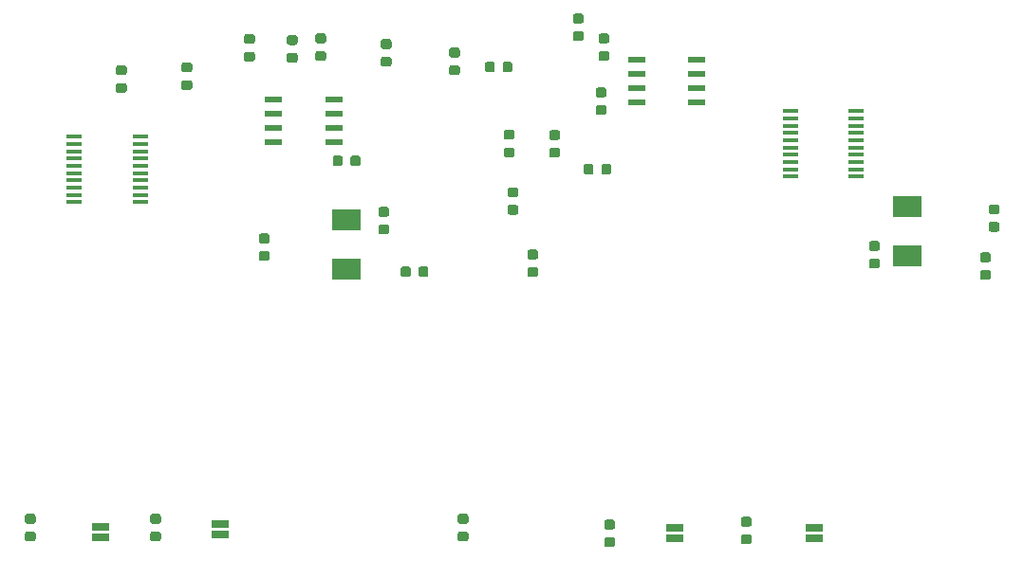
<source format=gbr>
G04 #@! TF.GenerationSoftware,KiCad,Pcbnew,(5.0.1)-3*
G04 #@! TF.CreationDate,2018-11-04T20:32:57-06:00*
G04 #@! TF.ProjectId,ProofOfConceptBoardV1,50726F6F664F66436F6E63657074426F,rev?*
G04 #@! TF.SameCoordinates,Original*
G04 #@! TF.FileFunction,Paste,Top*
G04 #@! TF.FilePolarity,Positive*
%FSLAX46Y46*%
G04 Gerber Fmt 4.6, Leading zero omitted, Abs format (unit mm)*
G04 Created by KiCad (PCBNEW (5.0.1)-3) date 11/4/2018 8:32:57 PM*
%MOMM*%
%LPD*%
G01*
G04 APERTURE LIST*
%ADD10R,2.500000X1.900000*%
%ADD11C,0.100000*%
%ADD12C,0.875000*%
%ADD13R,1.450000X0.450000*%
%ADD14R,1.550000X0.600000*%
%ADD15R,1.600000X0.650000*%
G04 APERTURE END LIST*
D10*
G04 #@! TO.C,Crystal1*
X164699951Y-80324851D03*
X164699951Y-75924851D03*
G04 #@! TD*
D11*
G04 #@! TO.C,D6*
G36*
X106322691Y-60549053D02*
X106343926Y-60552203D01*
X106364750Y-60557419D01*
X106384962Y-60564651D01*
X106404368Y-60573830D01*
X106422781Y-60584866D01*
X106440024Y-60597654D01*
X106455930Y-60612070D01*
X106470346Y-60627976D01*
X106483134Y-60645219D01*
X106494170Y-60663632D01*
X106503349Y-60683038D01*
X106510581Y-60703250D01*
X106515797Y-60724074D01*
X106518947Y-60745309D01*
X106520000Y-60766750D01*
X106520000Y-61204250D01*
X106518947Y-61225691D01*
X106515797Y-61246926D01*
X106510581Y-61267750D01*
X106503349Y-61287962D01*
X106494170Y-61307368D01*
X106483134Y-61325781D01*
X106470346Y-61343024D01*
X106455930Y-61358930D01*
X106440024Y-61373346D01*
X106422781Y-61386134D01*
X106404368Y-61397170D01*
X106384962Y-61406349D01*
X106364750Y-61413581D01*
X106343926Y-61418797D01*
X106322691Y-61421947D01*
X106301250Y-61423000D01*
X105788750Y-61423000D01*
X105767309Y-61421947D01*
X105746074Y-61418797D01*
X105725250Y-61413581D01*
X105705038Y-61406349D01*
X105685632Y-61397170D01*
X105667219Y-61386134D01*
X105649976Y-61373346D01*
X105634070Y-61358930D01*
X105619654Y-61343024D01*
X105606866Y-61325781D01*
X105595830Y-61307368D01*
X105586651Y-61287962D01*
X105579419Y-61267750D01*
X105574203Y-61246926D01*
X105571053Y-61225691D01*
X105570000Y-61204250D01*
X105570000Y-60766750D01*
X105571053Y-60745309D01*
X105574203Y-60724074D01*
X105579419Y-60703250D01*
X105586651Y-60683038D01*
X105595830Y-60663632D01*
X105606866Y-60645219D01*
X105619654Y-60627976D01*
X105634070Y-60612070D01*
X105649976Y-60597654D01*
X105667219Y-60584866D01*
X105685632Y-60573830D01*
X105705038Y-60564651D01*
X105725250Y-60557419D01*
X105746074Y-60552203D01*
X105767309Y-60549053D01*
X105788750Y-60548000D01*
X106301250Y-60548000D01*
X106322691Y-60549053D01*
X106322691Y-60549053D01*
G37*
D12*
X106045000Y-60985500D03*
D11*
G36*
X106322691Y-62124053D02*
X106343926Y-62127203D01*
X106364750Y-62132419D01*
X106384962Y-62139651D01*
X106404368Y-62148830D01*
X106422781Y-62159866D01*
X106440024Y-62172654D01*
X106455930Y-62187070D01*
X106470346Y-62202976D01*
X106483134Y-62220219D01*
X106494170Y-62238632D01*
X106503349Y-62258038D01*
X106510581Y-62278250D01*
X106515797Y-62299074D01*
X106518947Y-62320309D01*
X106520000Y-62341750D01*
X106520000Y-62779250D01*
X106518947Y-62800691D01*
X106515797Y-62821926D01*
X106510581Y-62842750D01*
X106503349Y-62862962D01*
X106494170Y-62882368D01*
X106483134Y-62900781D01*
X106470346Y-62918024D01*
X106455930Y-62933930D01*
X106440024Y-62948346D01*
X106422781Y-62961134D01*
X106404368Y-62972170D01*
X106384962Y-62981349D01*
X106364750Y-62988581D01*
X106343926Y-62993797D01*
X106322691Y-62996947D01*
X106301250Y-62998000D01*
X105788750Y-62998000D01*
X105767309Y-62996947D01*
X105746074Y-62993797D01*
X105725250Y-62988581D01*
X105705038Y-62981349D01*
X105685632Y-62972170D01*
X105667219Y-62961134D01*
X105649976Y-62948346D01*
X105634070Y-62933930D01*
X105619654Y-62918024D01*
X105606866Y-62900781D01*
X105595830Y-62882368D01*
X105586651Y-62862962D01*
X105579419Y-62842750D01*
X105574203Y-62821926D01*
X105571053Y-62800691D01*
X105570000Y-62779250D01*
X105570000Y-62341750D01*
X105571053Y-62320309D01*
X105574203Y-62299074D01*
X105579419Y-62278250D01*
X105586651Y-62258038D01*
X105595830Y-62238632D01*
X105606866Y-62220219D01*
X105619654Y-62202976D01*
X105634070Y-62187070D01*
X105649976Y-62172654D01*
X105667219Y-62159866D01*
X105685632Y-62148830D01*
X105705038Y-62139651D01*
X105725250Y-62132419D01*
X105746074Y-62127203D01*
X105767309Y-62124053D01*
X105788750Y-62123000D01*
X106301250Y-62123000D01*
X106322691Y-62124053D01*
X106322691Y-62124053D01*
G37*
D12*
X106045000Y-62560500D03*
G04 #@! TD*
D11*
G04 #@! TO.C,R10*
G36*
X110132691Y-62226053D02*
X110153926Y-62229203D01*
X110174750Y-62234419D01*
X110194962Y-62241651D01*
X110214368Y-62250830D01*
X110232781Y-62261866D01*
X110250024Y-62274654D01*
X110265930Y-62289070D01*
X110280346Y-62304976D01*
X110293134Y-62322219D01*
X110304170Y-62340632D01*
X110313349Y-62360038D01*
X110320581Y-62380250D01*
X110325797Y-62401074D01*
X110328947Y-62422309D01*
X110330000Y-62443750D01*
X110330000Y-62881250D01*
X110328947Y-62902691D01*
X110325797Y-62923926D01*
X110320581Y-62944750D01*
X110313349Y-62964962D01*
X110304170Y-62984368D01*
X110293134Y-63002781D01*
X110280346Y-63020024D01*
X110265930Y-63035930D01*
X110250024Y-63050346D01*
X110232781Y-63063134D01*
X110214368Y-63074170D01*
X110194962Y-63083349D01*
X110174750Y-63090581D01*
X110153926Y-63095797D01*
X110132691Y-63098947D01*
X110111250Y-63100000D01*
X109598750Y-63100000D01*
X109577309Y-63098947D01*
X109556074Y-63095797D01*
X109535250Y-63090581D01*
X109515038Y-63083349D01*
X109495632Y-63074170D01*
X109477219Y-63063134D01*
X109459976Y-63050346D01*
X109444070Y-63035930D01*
X109429654Y-63020024D01*
X109416866Y-63002781D01*
X109405830Y-62984368D01*
X109396651Y-62964962D01*
X109389419Y-62944750D01*
X109384203Y-62923926D01*
X109381053Y-62902691D01*
X109380000Y-62881250D01*
X109380000Y-62443750D01*
X109381053Y-62422309D01*
X109384203Y-62401074D01*
X109389419Y-62380250D01*
X109396651Y-62360038D01*
X109405830Y-62340632D01*
X109416866Y-62322219D01*
X109429654Y-62304976D01*
X109444070Y-62289070D01*
X109459976Y-62274654D01*
X109477219Y-62261866D01*
X109495632Y-62250830D01*
X109515038Y-62241651D01*
X109535250Y-62234419D01*
X109556074Y-62229203D01*
X109577309Y-62226053D01*
X109598750Y-62225000D01*
X110111250Y-62225000D01*
X110132691Y-62226053D01*
X110132691Y-62226053D01*
G37*
D12*
X109855000Y-62662500D03*
D11*
G36*
X110132691Y-60651053D02*
X110153926Y-60654203D01*
X110174750Y-60659419D01*
X110194962Y-60666651D01*
X110214368Y-60675830D01*
X110232781Y-60686866D01*
X110250024Y-60699654D01*
X110265930Y-60714070D01*
X110280346Y-60729976D01*
X110293134Y-60747219D01*
X110304170Y-60765632D01*
X110313349Y-60785038D01*
X110320581Y-60805250D01*
X110325797Y-60826074D01*
X110328947Y-60847309D01*
X110330000Y-60868750D01*
X110330000Y-61306250D01*
X110328947Y-61327691D01*
X110325797Y-61348926D01*
X110320581Y-61369750D01*
X110313349Y-61389962D01*
X110304170Y-61409368D01*
X110293134Y-61427781D01*
X110280346Y-61445024D01*
X110265930Y-61460930D01*
X110250024Y-61475346D01*
X110232781Y-61488134D01*
X110214368Y-61499170D01*
X110194962Y-61508349D01*
X110174750Y-61515581D01*
X110153926Y-61520797D01*
X110132691Y-61523947D01*
X110111250Y-61525000D01*
X109598750Y-61525000D01*
X109577309Y-61523947D01*
X109556074Y-61520797D01*
X109535250Y-61515581D01*
X109515038Y-61508349D01*
X109495632Y-61499170D01*
X109477219Y-61488134D01*
X109459976Y-61475346D01*
X109444070Y-61460930D01*
X109429654Y-61445024D01*
X109416866Y-61427781D01*
X109405830Y-61409368D01*
X109396651Y-61389962D01*
X109389419Y-61369750D01*
X109384203Y-61348926D01*
X109381053Y-61327691D01*
X109380000Y-61306250D01*
X109380000Y-60868750D01*
X109381053Y-60847309D01*
X109384203Y-60826074D01*
X109389419Y-60805250D01*
X109396651Y-60785038D01*
X109405830Y-60765632D01*
X109416866Y-60747219D01*
X109429654Y-60729976D01*
X109444070Y-60714070D01*
X109459976Y-60699654D01*
X109477219Y-60686866D01*
X109495632Y-60675830D01*
X109515038Y-60666651D01*
X109535250Y-60659419D01*
X109556074Y-60654203D01*
X109577309Y-60651053D01*
X109598750Y-60650000D01*
X110111250Y-60650000D01*
X110132691Y-60651053D01*
X110132691Y-60651053D01*
G37*
D12*
X109855000Y-61087500D03*
G04 #@! TD*
D13*
G04 #@! TO.C,U1*
X154276000Y-73283000D03*
X154276000Y-72633000D03*
X154276000Y-71983000D03*
X154276000Y-71333000D03*
X154276000Y-70683000D03*
X154276000Y-70033000D03*
X154276000Y-69383000D03*
X154276000Y-68733000D03*
X154276000Y-68083000D03*
X154276000Y-67433000D03*
X160176000Y-67433000D03*
X160176000Y-68083000D03*
X160176000Y-68733000D03*
X160176000Y-69383000D03*
X160176000Y-70033000D03*
X160176000Y-70683000D03*
X160176000Y-71333000D03*
X160176000Y-71983000D03*
X160176000Y-72633000D03*
X160176000Y-73283000D03*
G04 #@! TD*
D11*
G04 #@! TO.C,R6*
G36*
X107638691Y-79939053D02*
X107659926Y-79942203D01*
X107680750Y-79947419D01*
X107700962Y-79954651D01*
X107720368Y-79963830D01*
X107738781Y-79974866D01*
X107756024Y-79987654D01*
X107771930Y-80002070D01*
X107786346Y-80017976D01*
X107799134Y-80035219D01*
X107810170Y-80053632D01*
X107819349Y-80073038D01*
X107826581Y-80093250D01*
X107831797Y-80114074D01*
X107834947Y-80135309D01*
X107836000Y-80156750D01*
X107836000Y-80594250D01*
X107834947Y-80615691D01*
X107831797Y-80636926D01*
X107826581Y-80657750D01*
X107819349Y-80677962D01*
X107810170Y-80697368D01*
X107799134Y-80715781D01*
X107786346Y-80733024D01*
X107771930Y-80748930D01*
X107756024Y-80763346D01*
X107738781Y-80776134D01*
X107720368Y-80787170D01*
X107700962Y-80796349D01*
X107680750Y-80803581D01*
X107659926Y-80808797D01*
X107638691Y-80811947D01*
X107617250Y-80813000D01*
X107104750Y-80813000D01*
X107083309Y-80811947D01*
X107062074Y-80808797D01*
X107041250Y-80803581D01*
X107021038Y-80796349D01*
X107001632Y-80787170D01*
X106983219Y-80776134D01*
X106965976Y-80763346D01*
X106950070Y-80748930D01*
X106935654Y-80733024D01*
X106922866Y-80715781D01*
X106911830Y-80697368D01*
X106902651Y-80677962D01*
X106895419Y-80657750D01*
X106890203Y-80636926D01*
X106887053Y-80615691D01*
X106886000Y-80594250D01*
X106886000Y-80156750D01*
X106887053Y-80135309D01*
X106890203Y-80114074D01*
X106895419Y-80093250D01*
X106902651Y-80073038D01*
X106911830Y-80053632D01*
X106922866Y-80035219D01*
X106935654Y-80017976D01*
X106950070Y-80002070D01*
X106965976Y-79987654D01*
X106983219Y-79974866D01*
X107001632Y-79963830D01*
X107021038Y-79954651D01*
X107041250Y-79947419D01*
X107062074Y-79942203D01*
X107083309Y-79939053D01*
X107104750Y-79938000D01*
X107617250Y-79938000D01*
X107638691Y-79939053D01*
X107638691Y-79939053D01*
G37*
D12*
X107361000Y-80375500D03*
D11*
G36*
X107638691Y-78364053D02*
X107659926Y-78367203D01*
X107680750Y-78372419D01*
X107700962Y-78379651D01*
X107720368Y-78388830D01*
X107738781Y-78399866D01*
X107756024Y-78412654D01*
X107771930Y-78427070D01*
X107786346Y-78442976D01*
X107799134Y-78460219D01*
X107810170Y-78478632D01*
X107819349Y-78498038D01*
X107826581Y-78518250D01*
X107831797Y-78539074D01*
X107834947Y-78560309D01*
X107836000Y-78581750D01*
X107836000Y-79019250D01*
X107834947Y-79040691D01*
X107831797Y-79061926D01*
X107826581Y-79082750D01*
X107819349Y-79102962D01*
X107810170Y-79122368D01*
X107799134Y-79140781D01*
X107786346Y-79158024D01*
X107771930Y-79173930D01*
X107756024Y-79188346D01*
X107738781Y-79201134D01*
X107720368Y-79212170D01*
X107700962Y-79221349D01*
X107680750Y-79228581D01*
X107659926Y-79233797D01*
X107638691Y-79236947D01*
X107617250Y-79238000D01*
X107104750Y-79238000D01*
X107083309Y-79236947D01*
X107062074Y-79233797D01*
X107041250Y-79228581D01*
X107021038Y-79221349D01*
X107001632Y-79212170D01*
X106983219Y-79201134D01*
X106965976Y-79188346D01*
X106950070Y-79173930D01*
X106935654Y-79158024D01*
X106922866Y-79140781D01*
X106911830Y-79122368D01*
X106902651Y-79102962D01*
X106895419Y-79082750D01*
X106890203Y-79061926D01*
X106887053Y-79040691D01*
X106886000Y-79019250D01*
X106886000Y-78581750D01*
X106887053Y-78560309D01*
X106890203Y-78539074D01*
X106895419Y-78518250D01*
X106902651Y-78498038D01*
X106911830Y-78478632D01*
X106922866Y-78460219D01*
X106935654Y-78442976D01*
X106950070Y-78427070D01*
X106965976Y-78412654D01*
X106983219Y-78399866D01*
X107001632Y-78388830D01*
X107021038Y-78379651D01*
X107041250Y-78372419D01*
X107062074Y-78367203D01*
X107083309Y-78364053D01*
X107104750Y-78363000D01*
X107617250Y-78363000D01*
X107638691Y-78364053D01*
X107638691Y-78364053D01*
G37*
D12*
X107361000Y-78800500D03*
G04 #@! TD*
D14*
G04 #@! TO.C,A3*
X145956000Y-66675000D03*
X145956000Y-65405000D03*
X145956000Y-64135000D03*
X145956000Y-62865000D03*
X140556000Y-62865000D03*
X140556000Y-64135000D03*
X140556000Y-65405000D03*
X140556000Y-66675000D03*
G04 #@! TD*
G04 #@! TO.C,A4*
X113571000Y-66421000D03*
X113571000Y-67691000D03*
X113571000Y-68961000D03*
X113571000Y-70231000D03*
X108171000Y-70231000D03*
X108171000Y-68961000D03*
X108171000Y-67691000D03*
X108171000Y-66421000D03*
G04 #@! TD*
D11*
G04 #@! TO.C,C2*
G36*
X172743691Y-77338553D02*
X172764926Y-77341703D01*
X172785750Y-77346919D01*
X172805962Y-77354151D01*
X172825368Y-77363330D01*
X172843781Y-77374366D01*
X172861024Y-77387154D01*
X172876930Y-77401570D01*
X172891346Y-77417476D01*
X172904134Y-77434719D01*
X172915170Y-77453132D01*
X172924349Y-77472538D01*
X172931581Y-77492750D01*
X172936797Y-77513574D01*
X172939947Y-77534809D01*
X172941000Y-77556250D01*
X172941000Y-77993750D01*
X172939947Y-78015191D01*
X172936797Y-78036426D01*
X172931581Y-78057250D01*
X172924349Y-78077462D01*
X172915170Y-78096868D01*
X172904134Y-78115281D01*
X172891346Y-78132524D01*
X172876930Y-78148430D01*
X172861024Y-78162846D01*
X172843781Y-78175634D01*
X172825368Y-78186670D01*
X172805962Y-78195849D01*
X172785750Y-78203081D01*
X172764926Y-78208297D01*
X172743691Y-78211447D01*
X172722250Y-78212500D01*
X172209750Y-78212500D01*
X172188309Y-78211447D01*
X172167074Y-78208297D01*
X172146250Y-78203081D01*
X172126038Y-78195849D01*
X172106632Y-78186670D01*
X172088219Y-78175634D01*
X172070976Y-78162846D01*
X172055070Y-78148430D01*
X172040654Y-78132524D01*
X172027866Y-78115281D01*
X172016830Y-78096868D01*
X172007651Y-78077462D01*
X172000419Y-78057250D01*
X171995203Y-78036426D01*
X171992053Y-78015191D01*
X171991000Y-77993750D01*
X171991000Y-77556250D01*
X171992053Y-77534809D01*
X171995203Y-77513574D01*
X172000419Y-77492750D01*
X172007651Y-77472538D01*
X172016830Y-77453132D01*
X172027866Y-77434719D01*
X172040654Y-77417476D01*
X172055070Y-77401570D01*
X172070976Y-77387154D01*
X172088219Y-77374366D01*
X172106632Y-77363330D01*
X172126038Y-77354151D01*
X172146250Y-77346919D01*
X172167074Y-77341703D01*
X172188309Y-77338553D01*
X172209750Y-77337500D01*
X172722250Y-77337500D01*
X172743691Y-77338553D01*
X172743691Y-77338553D01*
G37*
D12*
X172466000Y-77775000D03*
D11*
G36*
X172743691Y-75763553D02*
X172764926Y-75766703D01*
X172785750Y-75771919D01*
X172805962Y-75779151D01*
X172825368Y-75788330D01*
X172843781Y-75799366D01*
X172861024Y-75812154D01*
X172876930Y-75826570D01*
X172891346Y-75842476D01*
X172904134Y-75859719D01*
X172915170Y-75878132D01*
X172924349Y-75897538D01*
X172931581Y-75917750D01*
X172936797Y-75938574D01*
X172939947Y-75959809D01*
X172941000Y-75981250D01*
X172941000Y-76418750D01*
X172939947Y-76440191D01*
X172936797Y-76461426D01*
X172931581Y-76482250D01*
X172924349Y-76502462D01*
X172915170Y-76521868D01*
X172904134Y-76540281D01*
X172891346Y-76557524D01*
X172876930Y-76573430D01*
X172861024Y-76587846D01*
X172843781Y-76600634D01*
X172825368Y-76611670D01*
X172805962Y-76620849D01*
X172785750Y-76628081D01*
X172764926Y-76633297D01*
X172743691Y-76636447D01*
X172722250Y-76637500D01*
X172209750Y-76637500D01*
X172188309Y-76636447D01*
X172167074Y-76633297D01*
X172146250Y-76628081D01*
X172126038Y-76620849D01*
X172106632Y-76611670D01*
X172088219Y-76600634D01*
X172070976Y-76587846D01*
X172055070Y-76573430D01*
X172040654Y-76557524D01*
X172027866Y-76540281D01*
X172016830Y-76521868D01*
X172007651Y-76502462D01*
X172000419Y-76482250D01*
X171995203Y-76461426D01*
X171992053Y-76440191D01*
X171991000Y-76418750D01*
X171991000Y-75981250D01*
X171992053Y-75959809D01*
X171995203Y-75938574D01*
X172000419Y-75917750D01*
X172007651Y-75897538D01*
X172016830Y-75878132D01*
X172027866Y-75859719D01*
X172040654Y-75842476D01*
X172055070Y-75826570D01*
X172070976Y-75812154D01*
X172088219Y-75799366D01*
X172106632Y-75788330D01*
X172126038Y-75779151D01*
X172146250Y-75771919D01*
X172167074Y-75766703D01*
X172188309Y-75763553D01*
X172209750Y-75762500D01*
X172722250Y-75762500D01*
X172743691Y-75763553D01*
X172743691Y-75763553D01*
G37*
D12*
X172466000Y-76200000D03*
G04 #@! TD*
D11*
G04 #@! TO.C,C3*
G36*
X120229691Y-81314053D02*
X120250926Y-81317203D01*
X120271750Y-81322419D01*
X120291962Y-81329651D01*
X120311368Y-81338830D01*
X120329781Y-81349866D01*
X120347024Y-81362654D01*
X120362930Y-81377070D01*
X120377346Y-81392976D01*
X120390134Y-81410219D01*
X120401170Y-81428632D01*
X120410349Y-81448038D01*
X120417581Y-81468250D01*
X120422797Y-81489074D01*
X120425947Y-81510309D01*
X120427000Y-81531750D01*
X120427000Y-82044250D01*
X120425947Y-82065691D01*
X120422797Y-82086926D01*
X120417581Y-82107750D01*
X120410349Y-82127962D01*
X120401170Y-82147368D01*
X120390134Y-82165781D01*
X120377346Y-82183024D01*
X120362930Y-82198930D01*
X120347024Y-82213346D01*
X120329781Y-82226134D01*
X120311368Y-82237170D01*
X120291962Y-82246349D01*
X120271750Y-82253581D01*
X120250926Y-82258797D01*
X120229691Y-82261947D01*
X120208250Y-82263000D01*
X119770750Y-82263000D01*
X119749309Y-82261947D01*
X119728074Y-82258797D01*
X119707250Y-82253581D01*
X119687038Y-82246349D01*
X119667632Y-82237170D01*
X119649219Y-82226134D01*
X119631976Y-82213346D01*
X119616070Y-82198930D01*
X119601654Y-82183024D01*
X119588866Y-82165781D01*
X119577830Y-82147368D01*
X119568651Y-82127962D01*
X119561419Y-82107750D01*
X119556203Y-82086926D01*
X119553053Y-82065691D01*
X119552000Y-82044250D01*
X119552000Y-81531750D01*
X119553053Y-81510309D01*
X119556203Y-81489074D01*
X119561419Y-81468250D01*
X119568651Y-81448038D01*
X119577830Y-81428632D01*
X119588866Y-81410219D01*
X119601654Y-81392976D01*
X119616070Y-81377070D01*
X119631976Y-81362654D01*
X119649219Y-81349866D01*
X119667632Y-81338830D01*
X119687038Y-81329651D01*
X119707250Y-81322419D01*
X119728074Y-81317203D01*
X119749309Y-81314053D01*
X119770750Y-81313000D01*
X120208250Y-81313000D01*
X120229691Y-81314053D01*
X120229691Y-81314053D01*
G37*
D12*
X119989500Y-81788000D03*
D11*
G36*
X121804691Y-81314053D02*
X121825926Y-81317203D01*
X121846750Y-81322419D01*
X121866962Y-81329651D01*
X121886368Y-81338830D01*
X121904781Y-81349866D01*
X121922024Y-81362654D01*
X121937930Y-81377070D01*
X121952346Y-81392976D01*
X121965134Y-81410219D01*
X121976170Y-81428632D01*
X121985349Y-81448038D01*
X121992581Y-81468250D01*
X121997797Y-81489074D01*
X122000947Y-81510309D01*
X122002000Y-81531750D01*
X122002000Y-82044250D01*
X122000947Y-82065691D01*
X121997797Y-82086926D01*
X121992581Y-82107750D01*
X121985349Y-82127962D01*
X121976170Y-82147368D01*
X121965134Y-82165781D01*
X121952346Y-82183024D01*
X121937930Y-82198930D01*
X121922024Y-82213346D01*
X121904781Y-82226134D01*
X121886368Y-82237170D01*
X121866962Y-82246349D01*
X121846750Y-82253581D01*
X121825926Y-82258797D01*
X121804691Y-82261947D01*
X121783250Y-82263000D01*
X121345750Y-82263000D01*
X121324309Y-82261947D01*
X121303074Y-82258797D01*
X121282250Y-82253581D01*
X121262038Y-82246349D01*
X121242632Y-82237170D01*
X121224219Y-82226134D01*
X121206976Y-82213346D01*
X121191070Y-82198930D01*
X121176654Y-82183024D01*
X121163866Y-82165781D01*
X121152830Y-82147368D01*
X121143651Y-82127962D01*
X121136419Y-82107750D01*
X121131203Y-82086926D01*
X121128053Y-82065691D01*
X121127000Y-82044250D01*
X121127000Y-81531750D01*
X121128053Y-81510309D01*
X121131203Y-81489074D01*
X121136419Y-81468250D01*
X121143651Y-81448038D01*
X121152830Y-81428632D01*
X121163866Y-81410219D01*
X121176654Y-81392976D01*
X121191070Y-81377070D01*
X121206976Y-81362654D01*
X121224219Y-81349866D01*
X121242632Y-81338830D01*
X121262038Y-81329651D01*
X121282250Y-81322419D01*
X121303074Y-81317203D01*
X121324309Y-81314053D01*
X121345750Y-81313000D01*
X121783250Y-81313000D01*
X121804691Y-81314053D01*
X121804691Y-81314053D01*
G37*
D12*
X121564500Y-81788000D03*
G04 #@! TD*
D11*
G04 #@! TO.C,C4*
G36*
X171981691Y-81631053D02*
X172002926Y-81634203D01*
X172023750Y-81639419D01*
X172043962Y-81646651D01*
X172063368Y-81655830D01*
X172081781Y-81666866D01*
X172099024Y-81679654D01*
X172114930Y-81694070D01*
X172129346Y-81709976D01*
X172142134Y-81727219D01*
X172153170Y-81745632D01*
X172162349Y-81765038D01*
X172169581Y-81785250D01*
X172174797Y-81806074D01*
X172177947Y-81827309D01*
X172179000Y-81848750D01*
X172179000Y-82286250D01*
X172177947Y-82307691D01*
X172174797Y-82328926D01*
X172169581Y-82349750D01*
X172162349Y-82369962D01*
X172153170Y-82389368D01*
X172142134Y-82407781D01*
X172129346Y-82425024D01*
X172114930Y-82440930D01*
X172099024Y-82455346D01*
X172081781Y-82468134D01*
X172063368Y-82479170D01*
X172043962Y-82488349D01*
X172023750Y-82495581D01*
X172002926Y-82500797D01*
X171981691Y-82503947D01*
X171960250Y-82505000D01*
X171447750Y-82505000D01*
X171426309Y-82503947D01*
X171405074Y-82500797D01*
X171384250Y-82495581D01*
X171364038Y-82488349D01*
X171344632Y-82479170D01*
X171326219Y-82468134D01*
X171308976Y-82455346D01*
X171293070Y-82440930D01*
X171278654Y-82425024D01*
X171265866Y-82407781D01*
X171254830Y-82389368D01*
X171245651Y-82369962D01*
X171238419Y-82349750D01*
X171233203Y-82328926D01*
X171230053Y-82307691D01*
X171229000Y-82286250D01*
X171229000Y-81848750D01*
X171230053Y-81827309D01*
X171233203Y-81806074D01*
X171238419Y-81785250D01*
X171245651Y-81765038D01*
X171254830Y-81745632D01*
X171265866Y-81727219D01*
X171278654Y-81709976D01*
X171293070Y-81694070D01*
X171308976Y-81679654D01*
X171326219Y-81666866D01*
X171344632Y-81655830D01*
X171364038Y-81646651D01*
X171384250Y-81639419D01*
X171405074Y-81634203D01*
X171426309Y-81631053D01*
X171447750Y-81630000D01*
X171960250Y-81630000D01*
X171981691Y-81631053D01*
X171981691Y-81631053D01*
G37*
D12*
X171704000Y-82067500D03*
D11*
G36*
X171981691Y-80056053D02*
X172002926Y-80059203D01*
X172023750Y-80064419D01*
X172043962Y-80071651D01*
X172063368Y-80080830D01*
X172081781Y-80091866D01*
X172099024Y-80104654D01*
X172114930Y-80119070D01*
X172129346Y-80134976D01*
X172142134Y-80152219D01*
X172153170Y-80170632D01*
X172162349Y-80190038D01*
X172169581Y-80210250D01*
X172174797Y-80231074D01*
X172177947Y-80252309D01*
X172179000Y-80273750D01*
X172179000Y-80711250D01*
X172177947Y-80732691D01*
X172174797Y-80753926D01*
X172169581Y-80774750D01*
X172162349Y-80794962D01*
X172153170Y-80814368D01*
X172142134Y-80832781D01*
X172129346Y-80850024D01*
X172114930Y-80865930D01*
X172099024Y-80880346D01*
X172081781Y-80893134D01*
X172063368Y-80904170D01*
X172043962Y-80913349D01*
X172023750Y-80920581D01*
X172002926Y-80925797D01*
X171981691Y-80928947D01*
X171960250Y-80930000D01*
X171447750Y-80930000D01*
X171426309Y-80928947D01*
X171405074Y-80925797D01*
X171384250Y-80920581D01*
X171364038Y-80913349D01*
X171344632Y-80904170D01*
X171326219Y-80893134D01*
X171308976Y-80880346D01*
X171293070Y-80865930D01*
X171278654Y-80850024D01*
X171265866Y-80832781D01*
X171254830Y-80814368D01*
X171245651Y-80794962D01*
X171238419Y-80774750D01*
X171233203Y-80753926D01*
X171230053Y-80732691D01*
X171229000Y-80711250D01*
X171229000Y-80273750D01*
X171230053Y-80252309D01*
X171233203Y-80231074D01*
X171238419Y-80210250D01*
X171245651Y-80190038D01*
X171254830Y-80170632D01*
X171265866Y-80152219D01*
X171278654Y-80134976D01*
X171293070Y-80119070D01*
X171308976Y-80104654D01*
X171326219Y-80091866D01*
X171344632Y-80080830D01*
X171364038Y-80071651D01*
X171384250Y-80064419D01*
X171405074Y-80059203D01*
X171426309Y-80056053D01*
X171447750Y-80055000D01*
X171960250Y-80055000D01*
X171981691Y-80056053D01*
X171981691Y-80056053D01*
G37*
D12*
X171704000Y-80492500D03*
G04 #@! TD*
D11*
G04 #@! TO.C,C5*
G36*
X118306691Y-77567053D02*
X118327926Y-77570203D01*
X118348750Y-77575419D01*
X118368962Y-77582651D01*
X118388368Y-77591830D01*
X118406781Y-77602866D01*
X118424024Y-77615654D01*
X118439930Y-77630070D01*
X118454346Y-77645976D01*
X118467134Y-77663219D01*
X118478170Y-77681632D01*
X118487349Y-77701038D01*
X118494581Y-77721250D01*
X118499797Y-77742074D01*
X118502947Y-77763309D01*
X118504000Y-77784750D01*
X118504000Y-78222250D01*
X118502947Y-78243691D01*
X118499797Y-78264926D01*
X118494581Y-78285750D01*
X118487349Y-78305962D01*
X118478170Y-78325368D01*
X118467134Y-78343781D01*
X118454346Y-78361024D01*
X118439930Y-78376930D01*
X118424024Y-78391346D01*
X118406781Y-78404134D01*
X118388368Y-78415170D01*
X118368962Y-78424349D01*
X118348750Y-78431581D01*
X118327926Y-78436797D01*
X118306691Y-78439947D01*
X118285250Y-78441000D01*
X117772750Y-78441000D01*
X117751309Y-78439947D01*
X117730074Y-78436797D01*
X117709250Y-78431581D01*
X117689038Y-78424349D01*
X117669632Y-78415170D01*
X117651219Y-78404134D01*
X117633976Y-78391346D01*
X117618070Y-78376930D01*
X117603654Y-78361024D01*
X117590866Y-78343781D01*
X117579830Y-78325368D01*
X117570651Y-78305962D01*
X117563419Y-78285750D01*
X117558203Y-78264926D01*
X117555053Y-78243691D01*
X117554000Y-78222250D01*
X117554000Y-77784750D01*
X117555053Y-77763309D01*
X117558203Y-77742074D01*
X117563419Y-77721250D01*
X117570651Y-77701038D01*
X117579830Y-77681632D01*
X117590866Y-77663219D01*
X117603654Y-77645976D01*
X117618070Y-77630070D01*
X117633976Y-77615654D01*
X117651219Y-77602866D01*
X117669632Y-77591830D01*
X117689038Y-77582651D01*
X117709250Y-77575419D01*
X117730074Y-77570203D01*
X117751309Y-77567053D01*
X117772750Y-77566000D01*
X118285250Y-77566000D01*
X118306691Y-77567053D01*
X118306691Y-77567053D01*
G37*
D12*
X118029000Y-78003500D03*
D11*
G36*
X118306691Y-75992053D02*
X118327926Y-75995203D01*
X118348750Y-76000419D01*
X118368962Y-76007651D01*
X118388368Y-76016830D01*
X118406781Y-76027866D01*
X118424024Y-76040654D01*
X118439930Y-76055070D01*
X118454346Y-76070976D01*
X118467134Y-76088219D01*
X118478170Y-76106632D01*
X118487349Y-76126038D01*
X118494581Y-76146250D01*
X118499797Y-76167074D01*
X118502947Y-76188309D01*
X118504000Y-76209750D01*
X118504000Y-76647250D01*
X118502947Y-76668691D01*
X118499797Y-76689926D01*
X118494581Y-76710750D01*
X118487349Y-76730962D01*
X118478170Y-76750368D01*
X118467134Y-76768781D01*
X118454346Y-76786024D01*
X118439930Y-76801930D01*
X118424024Y-76816346D01*
X118406781Y-76829134D01*
X118388368Y-76840170D01*
X118368962Y-76849349D01*
X118348750Y-76856581D01*
X118327926Y-76861797D01*
X118306691Y-76864947D01*
X118285250Y-76866000D01*
X117772750Y-76866000D01*
X117751309Y-76864947D01*
X117730074Y-76861797D01*
X117709250Y-76856581D01*
X117689038Y-76849349D01*
X117669632Y-76840170D01*
X117651219Y-76829134D01*
X117633976Y-76816346D01*
X117618070Y-76801930D01*
X117603654Y-76786024D01*
X117590866Y-76768781D01*
X117579830Y-76750368D01*
X117570651Y-76730962D01*
X117563419Y-76710750D01*
X117558203Y-76689926D01*
X117555053Y-76668691D01*
X117554000Y-76647250D01*
X117554000Y-76209750D01*
X117555053Y-76188309D01*
X117558203Y-76167074D01*
X117563419Y-76146250D01*
X117570651Y-76126038D01*
X117579830Y-76106632D01*
X117590866Y-76088219D01*
X117603654Y-76070976D01*
X117618070Y-76055070D01*
X117633976Y-76040654D01*
X117651219Y-76027866D01*
X117669632Y-76016830D01*
X117689038Y-76007651D01*
X117709250Y-76000419D01*
X117730074Y-75995203D01*
X117751309Y-75992053D01*
X117772750Y-75991000D01*
X118285250Y-75991000D01*
X118306691Y-75992053D01*
X118306691Y-75992053D01*
G37*
D12*
X118029000Y-76428500D03*
G04 #@! TD*
D11*
G04 #@! TO.C,C6*
G36*
X129817691Y-75814553D02*
X129838926Y-75817703D01*
X129859750Y-75822919D01*
X129879962Y-75830151D01*
X129899368Y-75839330D01*
X129917781Y-75850366D01*
X129935024Y-75863154D01*
X129950930Y-75877570D01*
X129965346Y-75893476D01*
X129978134Y-75910719D01*
X129989170Y-75929132D01*
X129998349Y-75948538D01*
X130005581Y-75968750D01*
X130010797Y-75989574D01*
X130013947Y-76010809D01*
X130015000Y-76032250D01*
X130015000Y-76469750D01*
X130013947Y-76491191D01*
X130010797Y-76512426D01*
X130005581Y-76533250D01*
X129998349Y-76553462D01*
X129989170Y-76572868D01*
X129978134Y-76591281D01*
X129965346Y-76608524D01*
X129950930Y-76624430D01*
X129935024Y-76638846D01*
X129917781Y-76651634D01*
X129899368Y-76662670D01*
X129879962Y-76671849D01*
X129859750Y-76679081D01*
X129838926Y-76684297D01*
X129817691Y-76687447D01*
X129796250Y-76688500D01*
X129283750Y-76688500D01*
X129262309Y-76687447D01*
X129241074Y-76684297D01*
X129220250Y-76679081D01*
X129200038Y-76671849D01*
X129180632Y-76662670D01*
X129162219Y-76651634D01*
X129144976Y-76638846D01*
X129129070Y-76624430D01*
X129114654Y-76608524D01*
X129101866Y-76591281D01*
X129090830Y-76572868D01*
X129081651Y-76553462D01*
X129074419Y-76533250D01*
X129069203Y-76512426D01*
X129066053Y-76491191D01*
X129065000Y-76469750D01*
X129065000Y-76032250D01*
X129066053Y-76010809D01*
X129069203Y-75989574D01*
X129074419Y-75968750D01*
X129081651Y-75948538D01*
X129090830Y-75929132D01*
X129101866Y-75910719D01*
X129114654Y-75893476D01*
X129129070Y-75877570D01*
X129144976Y-75863154D01*
X129162219Y-75850366D01*
X129180632Y-75839330D01*
X129200038Y-75830151D01*
X129220250Y-75822919D01*
X129241074Y-75817703D01*
X129262309Y-75814553D01*
X129283750Y-75813500D01*
X129796250Y-75813500D01*
X129817691Y-75814553D01*
X129817691Y-75814553D01*
G37*
D12*
X129540000Y-76251000D03*
D11*
G36*
X129817691Y-74239553D02*
X129838926Y-74242703D01*
X129859750Y-74247919D01*
X129879962Y-74255151D01*
X129899368Y-74264330D01*
X129917781Y-74275366D01*
X129935024Y-74288154D01*
X129950930Y-74302570D01*
X129965346Y-74318476D01*
X129978134Y-74335719D01*
X129989170Y-74354132D01*
X129998349Y-74373538D01*
X130005581Y-74393750D01*
X130010797Y-74414574D01*
X130013947Y-74435809D01*
X130015000Y-74457250D01*
X130015000Y-74894750D01*
X130013947Y-74916191D01*
X130010797Y-74937426D01*
X130005581Y-74958250D01*
X129998349Y-74978462D01*
X129989170Y-74997868D01*
X129978134Y-75016281D01*
X129965346Y-75033524D01*
X129950930Y-75049430D01*
X129935024Y-75063846D01*
X129917781Y-75076634D01*
X129899368Y-75087670D01*
X129879962Y-75096849D01*
X129859750Y-75104081D01*
X129838926Y-75109297D01*
X129817691Y-75112447D01*
X129796250Y-75113500D01*
X129283750Y-75113500D01*
X129262309Y-75112447D01*
X129241074Y-75109297D01*
X129220250Y-75104081D01*
X129200038Y-75096849D01*
X129180632Y-75087670D01*
X129162219Y-75076634D01*
X129144976Y-75063846D01*
X129129070Y-75049430D01*
X129114654Y-75033524D01*
X129101866Y-75016281D01*
X129090830Y-74997868D01*
X129081651Y-74978462D01*
X129074419Y-74958250D01*
X129069203Y-74937426D01*
X129066053Y-74916191D01*
X129065000Y-74894750D01*
X129065000Y-74457250D01*
X129066053Y-74435809D01*
X129069203Y-74414574D01*
X129074419Y-74393750D01*
X129081651Y-74373538D01*
X129090830Y-74354132D01*
X129101866Y-74335719D01*
X129114654Y-74318476D01*
X129129070Y-74302570D01*
X129144976Y-74288154D01*
X129162219Y-74275366D01*
X129180632Y-74264330D01*
X129200038Y-74255151D01*
X129220250Y-74247919D01*
X129241074Y-74242703D01*
X129262309Y-74239553D01*
X129283750Y-74238500D01*
X129796250Y-74238500D01*
X129817691Y-74239553D01*
X129817691Y-74239553D01*
G37*
D12*
X129540000Y-74676000D03*
G04 #@! TD*
D11*
G04 #@! TO.C,C7*
G36*
X100734691Y-63089053D02*
X100755926Y-63092203D01*
X100776750Y-63097419D01*
X100796962Y-63104651D01*
X100816368Y-63113830D01*
X100834781Y-63124866D01*
X100852024Y-63137654D01*
X100867930Y-63152070D01*
X100882346Y-63167976D01*
X100895134Y-63185219D01*
X100906170Y-63203632D01*
X100915349Y-63223038D01*
X100922581Y-63243250D01*
X100927797Y-63264074D01*
X100930947Y-63285309D01*
X100932000Y-63306750D01*
X100932000Y-63744250D01*
X100930947Y-63765691D01*
X100927797Y-63786926D01*
X100922581Y-63807750D01*
X100915349Y-63827962D01*
X100906170Y-63847368D01*
X100895134Y-63865781D01*
X100882346Y-63883024D01*
X100867930Y-63898930D01*
X100852024Y-63913346D01*
X100834781Y-63926134D01*
X100816368Y-63937170D01*
X100796962Y-63946349D01*
X100776750Y-63953581D01*
X100755926Y-63958797D01*
X100734691Y-63961947D01*
X100713250Y-63963000D01*
X100200750Y-63963000D01*
X100179309Y-63961947D01*
X100158074Y-63958797D01*
X100137250Y-63953581D01*
X100117038Y-63946349D01*
X100097632Y-63937170D01*
X100079219Y-63926134D01*
X100061976Y-63913346D01*
X100046070Y-63898930D01*
X100031654Y-63883024D01*
X100018866Y-63865781D01*
X100007830Y-63847368D01*
X99998651Y-63827962D01*
X99991419Y-63807750D01*
X99986203Y-63786926D01*
X99983053Y-63765691D01*
X99982000Y-63744250D01*
X99982000Y-63306750D01*
X99983053Y-63285309D01*
X99986203Y-63264074D01*
X99991419Y-63243250D01*
X99998651Y-63223038D01*
X100007830Y-63203632D01*
X100018866Y-63185219D01*
X100031654Y-63167976D01*
X100046070Y-63152070D01*
X100061976Y-63137654D01*
X100079219Y-63124866D01*
X100097632Y-63113830D01*
X100117038Y-63104651D01*
X100137250Y-63097419D01*
X100158074Y-63092203D01*
X100179309Y-63089053D01*
X100200750Y-63088000D01*
X100713250Y-63088000D01*
X100734691Y-63089053D01*
X100734691Y-63089053D01*
G37*
D12*
X100457000Y-63525500D03*
D11*
G36*
X100734691Y-64664053D02*
X100755926Y-64667203D01*
X100776750Y-64672419D01*
X100796962Y-64679651D01*
X100816368Y-64688830D01*
X100834781Y-64699866D01*
X100852024Y-64712654D01*
X100867930Y-64727070D01*
X100882346Y-64742976D01*
X100895134Y-64760219D01*
X100906170Y-64778632D01*
X100915349Y-64798038D01*
X100922581Y-64818250D01*
X100927797Y-64839074D01*
X100930947Y-64860309D01*
X100932000Y-64881750D01*
X100932000Y-65319250D01*
X100930947Y-65340691D01*
X100927797Y-65361926D01*
X100922581Y-65382750D01*
X100915349Y-65402962D01*
X100906170Y-65422368D01*
X100895134Y-65440781D01*
X100882346Y-65458024D01*
X100867930Y-65473930D01*
X100852024Y-65488346D01*
X100834781Y-65501134D01*
X100816368Y-65512170D01*
X100796962Y-65521349D01*
X100776750Y-65528581D01*
X100755926Y-65533797D01*
X100734691Y-65536947D01*
X100713250Y-65538000D01*
X100200750Y-65538000D01*
X100179309Y-65536947D01*
X100158074Y-65533797D01*
X100137250Y-65528581D01*
X100117038Y-65521349D01*
X100097632Y-65512170D01*
X100079219Y-65501134D01*
X100061976Y-65488346D01*
X100046070Y-65473930D01*
X100031654Y-65458024D01*
X100018866Y-65440781D01*
X100007830Y-65422368D01*
X99998651Y-65402962D01*
X99991419Y-65382750D01*
X99986203Y-65361926D01*
X99983053Y-65340691D01*
X99982000Y-65319250D01*
X99982000Y-64881750D01*
X99983053Y-64860309D01*
X99986203Y-64839074D01*
X99991419Y-64818250D01*
X99998651Y-64798038D01*
X100007830Y-64778632D01*
X100018866Y-64760219D01*
X100031654Y-64742976D01*
X100046070Y-64727070D01*
X100061976Y-64712654D01*
X100079219Y-64699866D01*
X100097632Y-64688830D01*
X100117038Y-64679651D01*
X100137250Y-64672419D01*
X100158074Y-64667203D01*
X100179309Y-64664053D01*
X100200750Y-64663000D01*
X100713250Y-64663000D01*
X100734691Y-64664053D01*
X100734691Y-64664053D01*
G37*
D12*
X100457000Y-65100500D03*
G04 #@! TD*
D10*
G04 #@! TO.C,Crystal2*
X114727000Y-81534000D03*
X114727000Y-77134000D03*
G04 #@! TD*
D15*
G04 #@! TO.C,D1*
X103457157Y-105283497D03*
X103457157Y-104333497D03*
G04 #@! TD*
G04 #@! TO.C,D2*
X144018000Y-105598000D03*
X144018000Y-104648000D03*
G04 #@! TD*
G04 #@! TO.C,D3*
X92789157Y-104554497D03*
X92789157Y-105504497D03*
G04 #@! TD*
G04 #@! TO.C,D4*
X156464000Y-104681000D03*
X156464000Y-105631000D03*
G04 #@! TD*
D11*
G04 #@! TO.C,D5*
G36*
X129479170Y-70681763D02*
X129500405Y-70684913D01*
X129521229Y-70690129D01*
X129541441Y-70697361D01*
X129560847Y-70706540D01*
X129579260Y-70717576D01*
X129596503Y-70730364D01*
X129612409Y-70744780D01*
X129626825Y-70760686D01*
X129639613Y-70777929D01*
X129650649Y-70796342D01*
X129659828Y-70815748D01*
X129667060Y-70835960D01*
X129672276Y-70856784D01*
X129675426Y-70878019D01*
X129676479Y-70899460D01*
X129676479Y-71336960D01*
X129675426Y-71358401D01*
X129672276Y-71379636D01*
X129667060Y-71400460D01*
X129659828Y-71420672D01*
X129650649Y-71440078D01*
X129639613Y-71458491D01*
X129626825Y-71475734D01*
X129612409Y-71491640D01*
X129596503Y-71506056D01*
X129579260Y-71518844D01*
X129560847Y-71529880D01*
X129541441Y-71539059D01*
X129521229Y-71546291D01*
X129500405Y-71551507D01*
X129479170Y-71554657D01*
X129457729Y-71555710D01*
X128945229Y-71555710D01*
X128923788Y-71554657D01*
X128902553Y-71551507D01*
X128881729Y-71546291D01*
X128861517Y-71539059D01*
X128842111Y-71529880D01*
X128823698Y-71518844D01*
X128806455Y-71506056D01*
X128790549Y-71491640D01*
X128776133Y-71475734D01*
X128763345Y-71458491D01*
X128752309Y-71440078D01*
X128743130Y-71420672D01*
X128735898Y-71400460D01*
X128730682Y-71379636D01*
X128727532Y-71358401D01*
X128726479Y-71336960D01*
X128726479Y-70899460D01*
X128727532Y-70878019D01*
X128730682Y-70856784D01*
X128735898Y-70835960D01*
X128743130Y-70815748D01*
X128752309Y-70796342D01*
X128763345Y-70777929D01*
X128776133Y-70760686D01*
X128790549Y-70744780D01*
X128806455Y-70730364D01*
X128823698Y-70717576D01*
X128842111Y-70706540D01*
X128861517Y-70697361D01*
X128881729Y-70690129D01*
X128902553Y-70684913D01*
X128923788Y-70681763D01*
X128945229Y-70680710D01*
X129457729Y-70680710D01*
X129479170Y-70681763D01*
X129479170Y-70681763D01*
G37*
D12*
X129201479Y-71118210D03*
D11*
G36*
X129479170Y-69106763D02*
X129500405Y-69109913D01*
X129521229Y-69115129D01*
X129541441Y-69122361D01*
X129560847Y-69131540D01*
X129579260Y-69142576D01*
X129596503Y-69155364D01*
X129612409Y-69169780D01*
X129626825Y-69185686D01*
X129639613Y-69202929D01*
X129650649Y-69221342D01*
X129659828Y-69240748D01*
X129667060Y-69260960D01*
X129672276Y-69281784D01*
X129675426Y-69303019D01*
X129676479Y-69324460D01*
X129676479Y-69761960D01*
X129675426Y-69783401D01*
X129672276Y-69804636D01*
X129667060Y-69825460D01*
X129659828Y-69845672D01*
X129650649Y-69865078D01*
X129639613Y-69883491D01*
X129626825Y-69900734D01*
X129612409Y-69916640D01*
X129596503Y-69931056D01*
X129579260Y-69943844D01*
X129560847Y-69954880D01*
X129541441Y-69964059D01*
X129521229Y-69971291D01*
X129500405Y-69976507D01*
X129479170Y-69979657D01*
X129457729Y-69980710D01*
X128945229Y-69980710D01*
X128923788Y-69979657D01*
X128902553Y-69976507D01*
X128881729Y-69971291D01*
X128861517Y-69964059D01*
X128842111Y-69954880D01*
X128823698Y-69943844D01*
X128806455Y-69931056D01*
X128790549Y-69916640D01*
X128776133Y-69900734D01*
X128763345Y-69883491D01*
X128752309Y-69865078D01*
X128743130Y-69845672D01*
X128735898Y-69825460D01*
X128730682Y-69804636D01*
X128727532Y-69783401D01*
X128726479Y-69761960D01*
X128726479Y-69324460D01*
X128727532Y-69303019D01*
X128730682Y-69281784D01*
X128735898Y-69260960D01*
X128743130Y-69240748D01*
X128752309Y-69221342D01*
X128763345Y-69202929D01*
X128776133Y-69185686D01*
X128790549Y-69169780D01*
X128806455Y-69155364D01*
X128823698Y-69142576D01*
X128842111Y-69131540D01*
X128861517Y-69122361D01*
X128881729Y-69115129D01*
X128902553Y-69109913D01*
X128923788Y-69106763D01*
X128945229Y-69105710D01*
X129457729Y-69105710D01*
X129479170Y-69106763D01*
X129479170Y-69106763D01*
G37*
D12*
X129201479Y-69543210D03*
G04 #@! TD*
D11*
G04 #@! TO.C,R1*
G36*
X97940691Y-104999053D02*
X97961926Y-105002203D01*
X97982750Y-105007419D01*
X98002962Y-105014651D01*
X98022368Y-105023830D01*
X98040781Y-105034866D01*
X98058024Y-105047654D01*
X98073930Y-105062070D01*
X98088346Y-105077976D01*
X98101134Y-105095219D01*
X98112170Y-105113632D01*
X98121349Y-105133038D01*
X98128581Y-105153250D01*
X98133797Y-105174074D01*
X98136947Y-105195309D01*
X98138000Y-105216750D01*
X98138000Y-105654250D01*
X98136947Y-105675691D01*
X98133797Y-105696926D01*
X98128581Y-105717750D01*
X98121349Y-105737962D01*
X98112170Y-105757368D01*
X98101134Y-105775781D01*
X98088346Y-105793024D01*
X98073930Y-105808930D01*
X98058024Y-105823346D01*
X98040781Y-105836134D01*
X98022368Y-105847170D01*
X98002962Y-105856349D01*
X97982750Y-105863581D01*
X97961926Y-105868797D01*
X97940691Y-105871947D01*
X97919250Y-105873000D01*
X97406750Y-105873000D01*
X97385309Y-105871947D01*
X97364074Y-105868797D01*
X97343250Y-105863581D01*
X97323038Y-105856349D01*
X97303632Y-105847170D01*
X97285219Y-105836134D01*
X97267976Y-105823346D01*
X97252070Y-105808930D01*
X97237654Y-105793024D01*
X97224866Y-105775781D01*
X97213830Y-105757368D01*
X97204651Y-105737962D01*
X97197419Y-105717750D01*
X97192203Y-105696926D01*
X97189053Y-105675691D01*
X97188000Y-105654250D01*
X97188000Y-105216750D01*
X97189053Y-105195309D01*
X97192203Y-105174074D01*
X97197419Y-105153250D01*
X97204651Y-105133038D01*
X97213830Y-105113632D01*
X97224866Y-105095219D01*
X97237654Y-105077976D01*
X97252070Y-105062070D01*
X97267976Y-105047654D01*
X97285219Y-105034866D01*
X97303632Y-105023830D01*
X97323038Y-105014651D01*
X97343250Y-105007419D01*
X97364074Y-105002203D01*
X97385309Y-104999053D01*
X97406750Y-104998000D01*
X97919250Y-104998000D01*
X97940691Y-104999053D01*
X97940691Y-104999053D01*
G37*
D12*
X97663000Y-105435500D03*
D11*
G36*
X97940691Y-103424053D02*
X97961926Y-103427203D01*
X97982750Y-103432419D01*
X98002962Y-103439651D01*
X98022368Y-103448830D01*
X98040781Y-103459866D01*
X98058024Y-103472654D01*
X98073930Y-103487070D01*
X98088346Y-103502976D01*
X98101134Y-103520219D01*
X98112170Y-103538632D01*
X98121349Y-103558038D01*
X98128581Y-103578250D01*
X98133797Y-103599074D01*
X98136947Y-103620309D01*
X98138000Y-103641750D01*
X98138000Y-104079250D01*
X98136947Y-104100691D01*
X98133797Y-104121926D01*
X98128581Y-104142750D01*
X98121349Y-104162962D01*
X98112170Y-104182368D01*
X98101134Y-104200781D01*
X98088346Y-104218024D01*
X98073930Y-104233930D01*
X98058024Y-104248346D01*
X98040781Y-104261134D01*
X98022368Y-104272170D01*
X98002962Y-104281349D01*
X97982750Y-104288581D01*
X97961926Y-104293797D01*
X97940691Y-104296947D01*
X97919250Y-104298000D01*
X97406750Y-104298000D01*
X97385309Y-104296947D01*
X97364074Y-104293797D01*
X97343250Y-104288581D01*
X97323038Y-104281349D01*
X97303632Y-104272170D01*
X97285219Y-104261134D01*
X97267976Y-104248346D01*
X97252070Y-104233930D01*
X97237654Y-104218024D01*
X97224866Y-104200781D01*
X97213830Y-104182368D01*
X97204651Y-104162962D01*
X97197419Y-104142750D01*
X97192203Y-104121926D01*
X97189053Y-104100691D01*
X97188000Y-104079250D01*
X97188000Y-103641750D01*
X97189053Y-103620309D01*
X97192203Y-103599074D01*
X97197419Y-103578250D01*
X97204651Y-103558038D01*
X97213830Y-103538632D01*
X97224866Y-103520219D01*
X97237654Y-103502976D01*
X97252070Y-103487070D01*
X97267976Y-103472654D01*
X97285219Y-103459866D01*
X97303632Y-103448830D01*
X97323038Y-103439651D01*
X97343250Y-103432419D01*
X97364074Y-103427203D01*
X97385309Y-103424053D01*
X97406750Y-103423000D01*
X97919250Y-103423000D01*
X97940691Y-103424053D01*
X97940691Y-103424053D01*
G37*
D12*
X97663000Y-103860500D03*
G04 #@! TD*
D11*
G04 #@! TO.C,R2*
G36*
X138453691Y-103932053D02*
X138474926Y-103935203D01*
X138495750Y-103940419D01*
X138515962Y-103947651D01*
X138535368Y-103956830D01*
X138553781Y-103967866D01*
X138571024Y-103980654D01*
X138586930Y-103995070D01*
X138601346Y-104010976D01*
X138614134Y-104028219D01*
X138625170Y-104046632D01*
X138634349Y-104066038D01*
X138641581Y-104086250D01*
X138646797Y-104107074D01*
X138649947Y-104128309D01*
X138651000Y-104149750D01*
X138651000Y-104587250D01*
X138649947Y-104608691D01*
X138646797Y-104629926D01*
X138641581Y-104650750D01*
X138634349Y-104670962D01*
X138625170Y-104690368D01*
X138614134Y-104708781D01*
X138601346Y-104726024D01*
X138586930Y-104741930D01*
X138571024Y-104756346D01*
X138553781Y-104769134D01*
X138535368Y-104780170D01*
X138515962Y-104789349D01*
X138495750Y-104796581D01*
X138474926Y-104801797D01*
X138453691Y-104804947D01*
X138432250Y-104806000D01*
X137919750Y-104806000D01*
X137898309Y-104804947D01*
X137877074Y-104801797D01*
X137856250Y-104796581D01*
X137836038Y-104789349D01*
X137816632Y-104780170D01*
X137798219Y-104769134D01*
X137780976Y-104756346D01*
X137765070Y-104741930D01*
X137750654Y-104726024D01*
X137737866Y-104708781D01*
X137726830Y-104690368D01*
X137717651Y-104670962D01*
X137710419Y-104650750D01*
X137705203Y-104629926D01*
X137702053Y-104608691D01*
X137701000Y-104587250D01*
X137701000Y-104149750D01*
X137702053Y-104128309D01*
X137705203Y-104107074D01*
X137710419Y-104086250D01*
X137717651Y-104066038D01*
X137726830Y-104046632D01*
X137737866Y-104028219D01*
X137750654Y-104010976D01*
X137765070Y-103995070D01*
X137780976Y-103980654D01*
X137798219Y-103967866D01*
X137816632Y-103956830D01*
X137836038Y-103947651D01*
X137856250Y-103940419D01*
X137877074Y-103935203D01*
X137898309Y-103932053D01*
X137919750Y-103931000D01*
X138432250Y-103931000D01*
X138453691Y-103932053D01*
X138453691Y-103932053D01*
G37*
D12*
X138176000Y-104368500D03*
D11*
G36*
X138453691Y-105507053D02*
X138474926Y-105510203D01*
X138495750Y-105515419D01*
X138515962Y-105522651D01*
X138535368Y-105531830D01*
X138553781Y-105542866D01*
X138571024Y-105555654D01*
X138586930Y-105570070D01*
X138601346Y-105585976D01*
X138614134Y-105603219D01*
X138625170Y-105621632D01*
X138634349Y-105641038D01*
X138641581Y-105661250D01*
X138646797Y-105682074D01*
X138649947Y-105703309D01*
X138651000Y-105724750D01*
X138651000Y-106162250D01*
X138649947Y-106183691D01*
X138646797Y-106204926D01*
X138641581Y-106225750D01*
X138634349Y-106245962D01*
X138625170Y-106265368D01*
X138614134Y-106283781D01*
X138601346Y-106301024D01*
X138586930Y-106316930D01*
X138571024Y-106331346D01*
X138553781Y-106344134D01*
X138535368Y-106355170D01*
X138515962Y-106364349D01*
X138495750Y-106371581D01*
X138474926Y-106376797D01*
X138453691Y-106379947D01*
X138432250Y-106381000D01*
X137919750Y-106381000D01*
X137898309Y-106379947D01*
X137877074Y-106376797D01*
X137856250Y-106371581D01*
X137836038Y-106364349D01*
X137816632Y-106355170D01*
X137798219Y-106344134D01*
X137780976Y-106331346D01*
X137765070Y-106316930D01*
X137750654Y-106301024D01*
X137737866Y-106283781D01*
X137726830Y-106265368D01*
X137717651Y-106245962D01*
X137710419Y-106225750D01*
X137705203Y-106204926D01*
X137702053Y-106183691D01*
X137701000Y-106162250D01*
X137701000Y-105724750D01*
X137702053Y-105703309D01*
X137705203Y-105682074D01*
X137710419Y-105661250D01*
X137717651Y-105641038D01*
X137726830Y-105621632D01*
X137737866Y-105603219D01*
X137750654Y-105585976D01*
X137765070Y-105570070D01*
X137780976Y-105555654D01*
X137798219Y-105542866D01*
X137816632Y-105531830D01*
X137836038Y-105522651D01*
X137856250Y-105515419D01*
X137877074Y-105510203D01*
X137898309Y-105507053D01*
X137919750Y-105506000D01*
X138432250Y-105506000D01*
X138453691Y-105507053D01*
X138453691Y-105507053D01*
G37*
D12*
X138176000Y-105943500D03*
G04 #@! TD*
D11*
G04 #@! TO.C,R3*
G36*
X86764691Y-103424053D02*
X86785926Y-103427203D01*
X86806750Y-103432419D01*
X86826962Y-103439651D01*
X86846368Y-103448830D01*
X86864781Y-103459866D01*
X86882024Y-103472654D01*
X86897930Y-103487070D01*
X86912346Y-103502976D01*
X86925134Y-103520219D01*
X86936170Y-103538632D01*
X86945349Y-103558038D01*
X86952581Y-103578250D01*
X86957797Y-103599074D01*
X86960947Y-103620309D01*
X86962000Y-103641750D01*
X86962000Y-104079250D01*
X86960947Y-104100691D01*
X86957797Y-104121926D01*
X86952581Y-104142750D01*
X86945349Y-104162962D01*
X86936170Y-104182368D01*
X86925134Y-104200781D01*
X86912346Y-104218024D01*
X86897930Y-104233930D01*
X86882024Y-104248346D01*
X86864781Y-104261134D01*
X86846368Y-104272170D01*
X86826962Y-104281349D01*
X86806750Y-104288581D01*
X86785926Y-104293797D01*
X86764691Y-104296947D01*
X86743250Y-104298000D01*
X86230750Y-104298000D01*
X86209309Y-104296947D01*
X86188074Y-104293797D01*
X86167250Y-104288581D01*
X86147038Y-104281349D01*
X86127632Y-104272170D01*
X86109219Y-104261134D01*
X86091976Y-104248346D01*
X86076070Y-104233930D01*
X86061654Y-104218024D01*
X86048866Y-104200781D01*
X86037830Y-104182368D01*
X86028651Y-104162962D01*
X86021419Y-104142750D01*
X86016203Y-104121926D01*
X86013053Y-104100691D01*
X86012000Y-104079250D01*
X86012000Y-103641750D01*
X86013053Y-103620309D01*
X86016203Y-103599074D01*
X86021419Y-103578250D01*
X86028651Y-103558038D01*
X86037830Y-103538632D01*
X86048866Y-103520219D01*
X86061654Y-103502976D01*
X86076070Y-103487070D01*
X86091976Y-103472654D01*
X86109219Y-103459866D01*
X86127632Y-103448830D01*
X86147038Y-103439651D01*
X86167250Y-103432419D01*
X86188074Y-103427203D01*
X86209309Y-103424053D01*
X86230750Y-103423000D01*
X86743250Y-103423000D01*
X86764691Y-103424053D01*
X86764691Y-103424053D01*
G37*
D12*
X86487000Y-103860500D03*
D11*
G36*
X86764691Y-104999053D02*
X86785926Y-105002203D01*
X86806750Y-105007419D01*
X86826962Y-105014651D01*
X86846368Y-105023830D01*
X86864781Y-105034866D01*
X86882024Y-105047654D01*
X86897930Y-105062070D01*
X86912346Y-105077976D01*
X86925134Y-105095219D01*
X86936170Y-105113632D01*
X86945349Y-105133038D01*
X86952581Y-105153250D01*
X86957797Y-105174074D01*
X86960947Y-105195309D01*
X86962000Y-105216750D01*
X86962000Y-105654250D01*
X86960947Y-105675691D01*
X86957797Y-105696926D01*
X86952581Y-105717750D01*
X86945349Y-105737962D01*
X86936170Y-105757368D01*
X86925134Y-105775781D01*
X86912346Y-105793024D01*
X86897930Y-105808930D01*
X86882024Y-105823346D01*
X86864781Y-105836134D01*
X86846368Y-105847170D01*
X86826962Y-105856349D01*
X86806750Y-105863581D01*
X86785926Y-105868797D01*
X86764691Y-105871947D01*
X86743250Y-105873000D01*
X86230750Y-105873000D01*
X86209309Y-105871947D01*
X86188074Y-105868797D01*
X86167250Y-105863581D01*
X86147038Y-105856349D01*
X86127632Y-105847170D01*
X86109219Y-105836134D01*
X86091976Y-105823346D01*
X86076070Y-105808930D01*
X86061654Y-105793024D01*
X86048866Y-105775781D01*
X86037830Y-105757368D01*
X86028651Y-105737962D01*
X86021419Y-105717750D01*
X86016203Y-105696926D01*
X86013053Y-105675691D01*
X86012000Y-105654250D01*
X86012000Y-105216750D01*
X86013053Y-105195309D01*
X86016203Y-105174074D01*
X86021419Y-105153250D01*
X86028651Y-105133038D01*
X86037830Y-105113632D01*
X86048866Y-105095219D01*
X86061654Y-105077976D01*
X86076070Y-105062070D01*
X86091976Y-105047654D01*
X86109219Y-105034866D01*
X86127632Y-105023830D01*
X86147038Y-105014651D01*
X86167250Y-105007419D01*
X86188074Y-105002203D01*
X86209309Y-104999053D01*
X86230750Y-104998000D01*
X86743250Y-104998000D01*
X86764691Y-104999053D01*
X86764691Y-104999053D01*
G37*
D12*
X86487000Y-105435500D03*
G04 #@! TD*
D11*
G04 #@! TO.C,R4*
G36*
X150645691Y-105253053D02*
X150666926Y-105256203D01*
X150687750Y-105261419D01*
X150707962Y-105268651D01*
X150727368Y-105277830D01*
X150745781Y-105288866D01*
X150763024Y-105301654D01*
X150778930Y-105316070D01*
X150793346Y-105331976D01*
X150806134Y-105349219D01*
X150817170Y-105367632D01*
X150826349Y-105387038D01*
X150833581Y-105407250D01*
X150838797Y-105428074D01*
X150841947Y-105449309D01*
X150843000Y-105470750D01*
X150843000Y-105908250D01*
X150841947Y-105929691D01*
X150838797Y-105950926D01*
X150833581Y-105971750D01*
X150826349Y-105991962D01*
X150817170Y-106011368D01*
X150806134Y-106029781D01*
X150793346Y-106047024D01*
X150778930Y-106062930D01*
X150763024Y-106077346D01*
X150745781Y-106090134D01*
X150727368Y-106101170D01*
X150707962Y-106110349D01*
X150687750Y-106117581D01*
X150666926Y-106122797D01*
X150645691Y-106125947D01*
X150624250Y-106127000D01*
X150111750Y-106127000D01*
X150090309Y-106125947D01*
X150069074Y-106122797D01*
X150048250Y-106117581D01*
X150028038Y-106110349D01*
X150008632Y-106101170D01*
X149990219Y-106090134D01*
X149972976Y-106077346D01*
X149957070Y-106062930D01*
X149942654Y-106047024D01*
X149929866Y-106029781D01*
X149918830Y-106011368D01*
X149909651Y-105991962D01*
X149902419Y-105971750D01*
X149897203Y-105950926D01*
X149894053Y-105929691D01*
X149893000Y-105908250D01*
X149893000Y-105470750D01*
X149894053Y-105449309D01*
X149897203Y-105428074D01*
X149902419Y-105407250D01*
X149909651Y-105387038D01*
X149918830Y-105367632D01*
X149929866Y-105349219D01*
X149942654Y-105331976D01*
X149957070Y-105316070D01*
X149972976Y-105301654D01*
X149990219Y-105288866D01*
X150008632Y-105277830D01*
X150028038Y-105268651D01*
X150048250Y-105261419D01*
X150069074Y-105256203D01*
X150090309Y-105253053D01*
X150111750Y-105252000D01*
X150624250Y-105252000D01*
X150645691Y-105253053D01*
X150645691Y-105253053D01*
G37*
D12*
X150368000Y-105689500D03*
D11*
G36*
X150645691Y-103678053D02*
X150666926Y-103681203D01*
X150687750Y-103686419D01*
X150707962Y-103693651D01*
X150727368Y-103702830D01*
X150745781Y-103713866D01*
X150763024Y-103726654D01*
X150778930Y-103741070D01*
X150793346Y-103756976D01*
X150806134Y-103774219D01*
X150817170Y-103792632D01*
X150826349Y-103812038D01*
X150833581Y-103832250D01*
X150838797Y-103853074D01*
X150841947Y-103874309D01*
X150843000Y-103895750D01*
X150843000Y-104333250D01*
X150841947Y-104354691D01*
X150838797Y-104375926D01*
X150833581Y-104396750D01*
X150826349Y-104416962D01*
X150817170Y-104436368D01*
X150806134Y-104454781D01*
X150793346Y-104472024D01*
X150778930Y-104487930D01*
X150763024Y-104502346D01*
X150745781Y-104515134D01*
X150727368Y-104526170D01*
X150707962Y-104535349D01*
X150687750Y-104542581D01*
X150666926Y-104547797D01*
X150645691Y-104550947D01*
X150624250Y-104552000D01*
X150111750Y-104552000D01*
X150090309Y-104550947D01*
X150069074Y-104547797D01*
X150048250Y-104542581D01*
X150028038Y-104535349D01*
X150008632Y-104526170D01*
X149990219Y-104515134D01*
X149972976Y-104502346D01*
X149957070Y-104487930D01*
X149942654Y-104472024D01*
X149929866Y-104454781D01*
X149918830Y-104436368D01*
X149909651Y-104416962D01*
X149902419Y-104396750D01*
X149897203Y-104375926D01*
X149894053Y-104354691D01*
X149893000Y-104333250D01*
X149893000Y-103895750D01*
X149894053Y-103874309D01*
X149897203Y-103853074D01*
X149902419Y-103832250D01*
X149909651Y-103812038D01*
X149918830Y-103792632D01*
X149929866Y-103774219D01*
X149942654Y-103756976D01*
X149957070Y-103741070D01*
X149972976Y-103726654D01*
X149990219Y-103713866D01*
X150008632Y-103702830D01*
X150028038Y-103693651D01*
X150048250Y-103686419D01*
X150069074Y-103681203D01*
X150090309Y-103678053D01*
X150111750Y-103677000D01*
X150624250Y-103677000D01*
X150645691Y-103678053D01*
X150645691Y-103678053D01*
G37*
D12*
X150368000Y-104114500D03*
G04 #@! TD*
D11*
G04 #@! TO.C,R5*
G36*
X162075691Y-79040053D02*
X162096926Y-79043203D01*
X162117750Y-79048419D01*
X162137962Y-79055651D01*
X162157368Y-79064830D01*
X162175781Y-79075866D01*
X162193024Y-79088654D01*
X162208930Y-79103070D01*
X162223346Y-79118976D01*
X162236134Y-79136219D01*
X162247170Y-79154632D01*
X162256349Y-79174038D01*
X162263581Y-79194250D01*
X162268797Y-79215074D01*
X162271947Y-79236309D01*
X162273000Y-79257750D01*
X162273000Y-79695250D01*
X162271947Y-79716691D01*
X162268797Y-79737926D01*
X162263581Y-79758750D01*
X162256349Y-79778962D01*
X162247170Y-79798368D01*
X162236134Y-79816781D01*
X162223346Y-79834024D01*
X162208930Y-79849930D01*
X162193024Y-79864346D01*
X162175781Y-79877134D01*
X162157368Y-79888170D01*
X162137962Y-79897349D01*
X162117750Y-79904581D01*
X162096926Y-79909797D01*
X162075691Y-79912947D01*
X162054250Y-79914000D01*
X161541750Y-79914000D01*
X161520309Y-79912947D01*
X161499074Y-79909797D01*
X161478250Y-79904581D01*
X161458038Y-79897349D01*
X161438632Y-79888170D01*
X161420219Y-79877134D01*
X161402976Y-79864346D01*
X161387070Y-79849930D01*
X161372654Y-79834024D01*
X161359866Y-79816781D01*
X161348830Y-79798368D01*
X161339651Y-79778962D01*
X161332419Y-79758750D01*
X161327203Y-79737926D01*
X161324053Y-79716691D01*
X161323000Y-79695250D01*
X161323000Y-79257750D01*
X161324053Y-79236309D01*
X161327203Y-79215074D01*
X161332419Y-79194250D01*
X161339651Y-79174038D01*
X161348830Y-79154632D01*
X161359866Y-79136219D01*
X161372654Y-79118976D01*
X161387070Y-79103070D01*
X161402976Y-79088654D01*
X161420219Y-79075866D01*
X161438632Y-79064830D01*
X161458038Y-79055651D01*
X161478250Y-79048419D01*
X161499074Y-79043203D01*
X161520309Y-79040053D01*
X161541750Y-79039000D01*
X162054250Y-79039000D01*
X162075691Y-79040053D01*
X162075691Y-79040053D01*
G37*
D12*
X161798000Y-79476500D03*
D11*
G36*
X162075691Y-80615053D02*
X162096926Y-80618203D01*
X162117750Y-80623419D01*
X162137962Y-80630651D01*
X162157368Y-80639830D01*
X162175781Y-80650866D01*
X162193024Y-80663654D01*
X162208930Y-80678070D01*
X162223346Y-80693976D01*
X162236134Y-80711219D01*
X162247170Y-80729632D01*
X162256349Y-80749038D01*
X162263581Y-80769250D01*
X162268797Y-80790074D01*
X162271947Y-80811309D01*
X162273000Y-80832750D01*
X162273000Y-81270250D01*
X162271947Y-81291691D01*
X162268797Y-81312926D01*
X162263581Y-81333750D01*
X162256349Y-81353962D01*
X162247170Y-81373368D01*
X162236134Y-81391781D01*
X162223346Y-81409024D01*
X162208930Y-81424930D01*
X162193024Y-81439346D01*
X162175781Y-81452134D01*
X162157368Y-81463170D01*
X162137962Y-81472349D01*
X162117750Y-81479581D01*
X162096926Y-81484797D01*
X162075691Y-81487947D01*
X162054250Y-81489000D01*
X161541750Y-81489000D01*
X161520309Y-81487947D01*
X161499074Y-81484797D01*
X161478250Y-81479581D01*
X161458038Y-81472349D01*
X161438632Y-81463170D01*
X161420219Y-81452134D01*
X161402976Y-81439346D01*
X161387070Y-81424930D01*
X161372654Y-81409024D01*
X161359866Y-81391781D01*
X161348830Y-81373368D01*
X161339651Y-81353962D01*
X161332419Y-81333750D01*
X161327203Y-81312926D01*
X161324053Y-81291691D01*
X161323000Y-81270250D01*
X161323000Y-80832750D01*
X161324053Y-80811309D01*
X161327203Y-80790074D01*
X161332419Y-80769250D01*
X161339651Y-80749038D01*
X161348830Y-80729632D01*
X161359866Y-80711219D01*
X161372654Y-80693976D01*
X161387070Y-80678070D01*
X161402976Y-80663654D01*
X161420219Y-80650866D01*
X161438632Y-80639830D01*
X161458038Y-80630651D01*
X161478250Y-80623419D01*
X161499074Y-80618203D01*
X161520309Y-80615053D01*
X161541750Y-80614000D01*
X162054250Y-80614000D01*
X162075691Y-80615053D01*
X162075691Y-80615053D01*
G37*
D12*
X161798000Y-81051500D03*
G04 #@! TD*
D11*
G04 #@! TO.C,R7*
G36*
X136540128Y-72149307D02*
X136561363Y-72152457D01*
X136582187Y-72157673D01*
X136602399Y-72164905D01*
X136621805Y-72174084D01*
X136640218Y-72185120D01*
X136657461Y-72197908D01*
X136673367Y-72212324D01*
X136687783Y-72228230D01*
X136700571Y-72245473D01*
X136711607Y-72263886D01*
X136720786Y-72283292D01*
X136728018Y-72303504D01*
X136733234Y-72324328D01*
X136736384Y-72345563D01*
X136737437Y-72367004D01*
X136737437Y-72879504D01*
X136736384Y-72900945D01*
X136733234Y-72922180D01*
X136728018Y-72943004D01*
X136720786Y-72963216D01*
X136711607Y-72982622D01*
X136700571Y-73001035D01*
X136687783Y-73018278D01*
X136673367Y-73034184D01*
X136657461Y-73048600D01*
X136640218Y-73061388D01*
X136621805Y-73072424D01*
X136602399Y-73081603D01*
X136582187Y-73088835D01*
X136561363Y-73094051D01*
X136540128Y-73097201D01*
X136518687Y-73098254D01*
X136081187Y-73098254D01*
X136059746Y-73097201D01*
X136038511Y-73094051D01*
X136017687Y-73088835D01*
X135997475Y-73081603D01*
X135978069Y-73072424D01*
X135959656Y-73061388D01*
X135942413Y-73048600D01*
X135926507Y-73034184D01*
X135912091Y-73018278D01*
X135899303Y-73001035D01*
X135888267Y-72982622D01*
X135879088Y-72963216D01*
X135871856Y-72943004D01*
X135866640Y-72922180D01*
X135863490Y-72900945D01*
X135862437Y-72879504D01*
X135862437Y-72367004D01*
X135863490Y-72345563D01*
X135866640Y-72324328D01*
X135871856Y-72303504D01*
X135879088Y-72283292D01*
X135888267Y-72263886D01*
X135899303Y-72245473D01*
X135912091Y-72228230D01*
X135926507Y-72212324D01*
X135942413Y-72197908D01*
X135959656Y-72185120D01*
X135978069Y-72174084D01*
X135997475Y-72164905D01*
X136017687Y-72157673D01*
X136038511Y-72152457D01*
X136059746Y-72149307D01*
X136081187Y-72148254D01*
X136518687Y-72148254D01*
X136540128Y-72149307D01*
X136540128Y-72149307D01*
G37*
D12*
X136299937Y-72623254D03*
D11*
G36*
X138115128Y-72149307D02*
X138136363Y-72152457D01*
X138157187Y-72157673D01*
X138177399Y-72164905D01*
X138196805Y-72174084D01*
X138215218Y-72185120D01*
X138232461Y-72197908D01*
X138248367Y-72212324D01*
X138262783Y-72228230D01*
X138275571Y-72245473D01*
X138286607Y-72263886D01*
X138295786Y-72283292D01*
X138303018Y-72303504D01*
X138308234Y-72324328D01*
X138311384Y-72345563D01*
X138312437Y-72367004D01*
X138312437Y-72879504D01*
X138311384Y-72900945D01*
X138308234Y-72922180D01*
X138303018Y-72943004D01*
X138295786Y-72963216D01*
X138286607Y-72982622D01*
X138275571Y-73001035D01*
X138262783Y-73018278D01*
X138248367Y-73034184D01*
X138232461Y-73048600D01*
X138215218Y-73061388D01*
X138196805Y-73072424D01*
X138177399Y-73081603D01*
X138157187Y-73088835D01*
X138136363Y-73094051D01*
X138115128Y-73097201D01*
X138093687Y-73098254D01*
X137656187Y-73098254D01*
X137634746Y-73097201D01*
X137613511Y-73094051D01*
X137592687Y-73088835D01*
X137572475Y-73081603D01*
X137553069Y-73072424D01*
X137534656Y-73061388D01*
X137517413Y-73048600D01*
X137501507Y-73034184D01*
X137487091Y-73018278D01*
X137474303Y-73001035D01*
X137463267Y-72982622D01*
X137454088Y-72963216D01*
X137446856Y-72943004D01*
X137441640Y-72922180D01*
X137438490Y-72900945D01*
X137437437Y-72879504D01*
X137437437Y-72367004D01*
X137438490Y-72345563D01*
X137441640Y-72324328D01*
X137446856Y-72303504D01*
X137454088Y-72283292D01*
X137463267Y-72263886D01*
X137474303Y-72245473D01*
X137487091Y-72228230D01*
X137501507Y-72212324D01*
X137517413Y-72197908D01*
X137534656Y-72185120D01*
X137553069Y-72174084D01*
X137572475Y-72164905D01*
X137592687Y-72157673D01*
X137613511Y-72152457D01*
X137634746Y-72149307D01*
X137656187Y-72148254D01*
X138093687Y-72148254D01*
X138115128Y-72149307D01*
X138115128Y-72149307D01*
G37*
D12*
X137874937Y-72623254D03*
G04 #@! TD*
D11*
G04 #@! TO.C,R9*
G36*
X133543170Y-69132263D02*
X133564405Y-69135413D01*
X133585229Y-69140629D01*
X133605441Y-69147861D01*
X133624847Y-69157040D01*
X133643260Y-69168076D01*
X133660503Y-69180864D01*
X133676409Y-69195280D01*
X133690825Y-69211186D01*
X133703613Y-69228429D01*
X133714649Y-69246842D01*
X133723828Y-69266248D01*
X133731060Y-69286460D01*
X133736276Y-69307284D01*
X133739426Y-69328519D01*
X133740479Y-69349960D01*
X133740479Y-69787460D01*
X133739426Y-69808901D01*
X133736276Y-69830136D01*
X133731060Y-69850960D01*
X133723828Y-69871172D01*
X133714649Y-69890578D01*
X133703613Y-69908991D01*
X133690825Y-69926234D01*
X133676409Y-69942140D01*
X133660503Y-69956556D01*
X133643260Y-69969344D01*
X133624847Y-69980380D01*
X133605441Y-69989559D01*
X133585229Y-69996791D01*
X133564405Y-70002007D01*
X133543170Y-70005157D01*
X133521729Y-70006210D01*
X133009229Y-70006210D01*
X132987788Y-70005157D01*
X132966553Y-70002007D01*
X132945729Y-69996791D01*
X132925517Y-69989559D01*
X132906111Y-69980380D01*
X132887698Y-69969344D01*
X132870455Y-69956556D01*
X132854549Y-69942140D01*
X132840133Y-69926234D01*
X132827345Y-69908991D01*
X132816309Y-69890578D01*
X132807130Y-69871172D01*
X132799898Y-69850960D01*
X132794682Y-69830136D01*
X132791532Y-69808901D01*
X132790479Y-69787460D01*
X132790479Y-69349960D01*
X132791532Y-69328519D01*
X132794682Y-69307284D01*
X132799898Y-69286460D01*
X132807130Y-69266248D01*
X132816309Y-69246842D01*
X132827345Y-69228429D01*
X132840133Y-69211186D01*
X132854549Y-69195280D01*
X132870455Y-69180864D01*
X132887698Y-69168076D01*
X132906111Y-69157040D01*
X132925517Y-69147861D01*
X132945729Y-69140629D01*
X132966553Y-69135413D01*
X132987788Y-69132263D01*
X133009229Y-69131210D01*
X133521729Y-69131210D01*
X133543170Y-69132263D01*
X133543170Y-69132263D01*
G37*
D12*
X133265479Y-69568710D03*
D11*
G36*
X133543170Y-70707263D02*
X133564405Y-70710413D01*
X133585229Y-70715629D01*
X133605441Y-70722861D01*
X133624847Y-70732040D01*
X133643260Y-70743076D01*
X133660503Y-70755864D01*
X133676409Y-70770280D01*
X133690825Y-70786186D01*
X133703613Y-70803429D01*
X133714649Y-70821842D01*
X133723828Y-70841248D01*
X133731060Y-70861460D01*
X133736276Y-70882284D01*
X133739426Y-70903519D01*
X133740479Y-70924960D01*
X133740479Y-71362460D01*
X133739426Y-71383901D01*
X133736276Y-71405136D01*
X133731060Y-71425960D01*
X133723828Y-71446172D01*
X133714649Y-71465578D01*
X133703613Y-71483991D01*
X133690825Y-71501234D01*
X133676409Y-71517140D01*
X133660503Y-71531556D01*
X133643260Y-71544344D01*
X133624847Y-71555380D01*
X133605441Y-71564559D01*
X133585229Y-71571791D01*
X133564405Y-71577007D01*
X133543170Y-71580157D01*
X133521729Y-71581210D01*
X133009229Y-71581210D01*
X132987788Y-71580157D01*
X132966553Y-71577007D01*
X132945729Y-71571791D01*
X132925517Y-71564559D01*
X132906111Y-71555380D01*
X132887698Y-71544344D01*
X132870455Y-71531556D01*
X132854549Y-71517140D01*
X132840133Y-71501234D01*
X132827345Y-71483991D01*
X132816309Y-71465578D01*
X132807130Y-71446172D01*
X132799898Y-71425960D01*
X132794682Y-71405136D01*
X132791532Y-71383901D01*
X132790479Y-71362460D01*
X132790479Y-70924960D01*
X132791532Y-70903519D01*
X132794682Y-70882284D01*
X132799898Y-70861460D01*
X132807130Y-70841248D01*
X132816309Y-70821842D01*
X132827345Y-70803429D01*
X132840133Y-70786186D01*
X132854549Y-70770280D01*
X132870455Y-70755864D01*
X132887698Y-70743076D01*
X132906111Y-70732040D01*
X132925517Y-70722861D01*
X132945729Y-70715629D01*
X132966553Y-70710413D01*
X132987788Y-70707263D01*
X133009229Y-70706210D01*
X133521729Y-70706210D01*
X133543170Y-70707263D01*
X133543170Y-70707263D01*
G37*
D12*
X133265479Y-71143710D03*
G04 #@! TD*
D11*
G04 #@! TO.C,R11*
G36*
X137945691Y-62073053D02*
X137966926Y-62076203D01*
X137987750Y-62081419D01*
X138007962Y-62088651D01*
X138027368Y-62097830D01*
X138045781Y-62108866D01*
X138063024Y-62121654D01*
X138078930Y-62136070D01*
X138093346Y-62151976D01*
X138106134Y-62169219D01*
X138117170Y-62187632D01*
X138126349Y-62207038D01*
X138133581Y-62227250D01*
X138138797Y-62248074D01*
X138141947Y-62269309D01*
X138143000Y-62290750D01*
X138143000Y-62728250D01*
X138141947Y-62749691D01*
X138138797Y-62770926D01*
X138133581Y-62791750D01*
X138126349Y-62811962D01*
X138117170Y-62831368D01*
X138106134Y-62849781D01*
X138093346Y-62867024D01*
X138078930Y-62882930D01*
X138063024Y-62897346D01*
X138045781Y-62910134D01*
X138027368Y-62921170D01*
X138007962Y-62930349D01*
X137987750Y-62937581D01*
X137966926Y-62942797D01*
X137945691Y-62945947D01*
X137924250Y-62947000D01*
X137411750Y-62947000D01*
X137390309Y-62945947D01*
X137369074Y-62942797D01*
X137348250Y-62937581D01*
X137328038Y-62930349D01*
X137308632Y-62921170D01*
X137290219Y-62910134D01*
X137272976Y-62897346D01*
X137257070Y-62882930D01*
X137242654Y-62867024D01*
X137229866Y-62849781D01*
X137218830Y-62831368D01*
X137209651Y-62811962D01*
X137202419Y-62791750D01*
X137197203Y-62770926D01*
X137194053Y-62749691D01*
X137193000Y-62728250D01*
X137193000Y-62290750D01*
X137194053Y-62269309D01*
X137197203Y-62248074D01*
X137202419Y-62227250D01*
X137209651Y-62207038D01*
X137218830Y-62187632D01*
X137229866Y-62169219D01*
X137242654Y-62151976D01*
X137257070Y-62136070D01*
X137272976Y-62121654D01*
X137290219Y-62108866D01*
X137308632Y-62097830D01*
X137328038Y-62088651D01*
X137348250Y-62081419D01*
X137369074Y-62076203D01*
X137390309Y-62073053D01*
X137411750Y-62072000D01*
X137924250Y-62072000D01*
X137945691Y-62073053D01*
X137945691Y-62073053D01*
G37*
D12*
X137668000Y-62509500D03*
D11*
G36*
X137945691Y-60498053D02*
X137966926Y-60501203D01*
X137987750Y-60506419D01*
X138007962Y-60513651D01*
X138027368Y-60522830D01*
X138045781Y-60533866D01*
X138063024Y-60546654D01*
X138078930Y-60561070D01*
X138093346Y-60576976D01*
X138106134Y-60594219D01*
X138117170Y-60612632D01*
X138126349Y-60632038D01*
X138133581Y-60652250D01*
X138138797Y-60673074D01*
X138141947Y-60694309D01*
X138143000Y-60715750D01*
X138143000Y-61153250D01*
X138141947Y-61174691D01*
X138138797Y-61195926D01*
X138133581Y-61216750D01*
X138126349Y-61236962D01*
X138117170Y-61256368D01*
X138106134Y-61274781D01*
X138093346Y-61292024D01*
X138078930Y-61307930D01*
X138063024Y-61322346D01*
X138045781Y-61335134D01*
X138027368Y-61346170D01*
X138007962Y-61355349D01*
X137987750Y-61362581D01*
X137966926Y-61367797D01*
X137945691Y-61370947D01*
X137924250Y-61372000D01*
X137411750Y-61372000D01*
X137390309Y-61370947D01*
X137369074Y-61367797D01*
X137348250Y-61362581D01*
X137328038Y-61355349D01*
X137308632Y-61346170D01*
X137290219Y-61335134D01*
X137272976Y-61322346D01*
X137257070Y-61307930D01*
X137242654Y-61292024D01*
X137229866Y-61274781D01*
X137218830Y-61256368D01*
X137209651Y-61236962D01*
X137202419Y-61216750D01*
X137197203Y-61195926D01*
X137194053Y-61174691D01*
X137193000Y-61153250D01*
X137193000Y-60715750D01*
X137194053Y-60694309D01*
X137197203Y-60673074D01*
X137202419Y-60652250D01*
X137209651Y-60632038D01*
X137218830Y-60612632D01*
X137229866Y-60594219D01*
X137242654Y-60576976D01*
X137257070Y-60561070D01*
X137272976Y-60546654D01*
X137290219Y-60533866D01*
X137308632Y-60522830D01*
X137328038Y-60513651D01*
X137348250Y-60506419D01*
X137369074Y-60501203D01*
X137390309Y-60498053D01*
X137411750Y-60497000D01*
X137924250Y-60497000D01*
X137945691Y-60498053D01*
X137945691Y-60498053D01*
G37*
D12*
X137668000Y-60934500D03*
G04 #@! TD*
D11*
G04 #@! TO.C,R12*
G36*
X137691691Y-65324053D02*
X137712926Y-65327203D01*
X137733750Y-65332419D01*
X137753962Y-65339651D01*
X137773368Y-65348830D01*
X137791781Y-65359866D01*
X137809024Y-65372654D01*
X137824930Y-65387070D01*
X137839346Y-65402976D01*
X137852134Y-65420219D01*
X137863170Y-65438632D01*
X137872349Y-65458038D01*
X137879581Y-65478250D01*
X137884797Y-65499074D01*
X137887947Y-65520309D01*
X137889000Y-65541750D01*
X137889000Y-65979250D01*
X137887947Y-66000691D01*
X137884797Y-66021926D01*
X137879581Y-66042750D01*
X137872349Y-66062962D01*
X137863170Y-66082368D01*
X137852134Y-66100781D01*
X137839346Y-66118024D01*
X137824930Y-66133930D01*
X137809024Y-66148346D01*
X137791781Y-66161134D01*
X137773368Y-66172170D01*
X137753962Y-66181349D01*
X137733750Y-66188581D01*
X137712926Y-66193797D01*
X137691691Y-66196947D01*
X137670250Y-66198000D01*
X137157750Y-66198000D01*
X137136309Y-66196947D01*
X137115074Y-66193797D01*
X137094250Y-66188581D01*
X137074038Y-66181349D01*
X137054632Y-66172170D01*
X137036219Y-66161134D01*
X137018976Y-66148346D01*
X137003070Y-66133930D01*
X136988654Y-66118024D01*
X136975866Y-66100781D01*
X136964830Y-66082368D01*
X136955651Y-66062962D01*
X136948419Y-66042750D01*
X136943203Y-66021926D01*
X136940053Y-66000691D01*
X136939000Y-65979250D01*
X136939000Y-65541750D01*
X136940053Y-65520309D01*
X136943203Y-65499074D01*
X136948419Y-65478250D01*
X136955651Y-65458038D01*
X136964830Y-65438632D01*
X136975866Y-65420219D01*
X136988654Y-65402976D01*
X137003070Y-65387070D01*
X137018976Y-65372654D01*
X137036219Y-65359866D01*
X137054632Y-65348830D01*
X137074038Y-65339651D01*
X137094250Y-65332419D01*
X137115074Y-65327203D01*
X137136309Y-65324053D01*
X137157750Y-65323000D01*
X137670250Y-65323000D01*
X137691691Y-65324053D01*
X137691691Y-65324053D01*
G37*
D12*
X137414000Y-65760500D03*
D11*
G36*
X137691691Y-66899053D02*
X137712926Y-66902203D01*
X137733750Y-66907419D01*
X137753962Y-66914651D01*
X137773368Y-66923830D01*
X137791781Y-66934866D01*
X137809024Y-66947654D01*
X137824930Y-66962070D01*
X137839346Y-66977976D01*
X137852134Y-66995219D01*
X137863170Y-67013632D01*
X137872349Y-67033038D01*
X137879581Y-67053250D01*
X137884797Y-67074074D01*
X137887947Y-67095309D01*
X137889000Y-67116750D01*
X137889000Y-67554250D01*
X137887947Y-67575691D01*
X137884797Y-67596926D01*
X137879581Y-67617750D01*
X137872349Y-67637962D01*
X137863170Y-67657368D01*
X137852134Y-67675781D01*
X137839346Y-67693024D01*
X137824930Y-67708930D01*
X137809024Y-67723346D01*
X137791781Y-67736134D01*
X137773368Y-67747170D01*
X137753962Y-67756349D01*
X137733750Y-67763581D01*
X137712926Y-67768797D01*
X137691691Y-67771947D01*
X137670250Y-67773000D01*
X137157750Y-67773000D01*
X137136309Y-67771947D01*
X137115074Y-67768797D01*
X137094250Y-67763581D01*
X137074038Y-67756349D01*
X137054632Y-67747170D01*
X137036219Y-67736134D01*
X137018976Y-67723346D01*
X137003070Y-67708930D01*
X136988654Y-67693024D01*
X136975866Y-67675781D01*
X136964830Y-67657368D01*
X136955651Y-67637962D01*
X136948419Y-67617750D01*
X136943203Y-67596926D01*
X136940053Y-67575691D01*
X136939000Y-67554250D01*
X136939000Y-67116750D01*
X136940053Y-67095309D01*
X136943203Y-67074074D01*
X136948419Y-67053250D01*
X136955651Y-67033038D01*
X136964830Y-67013632D01*
X136975866Y-66995219D01*
X136988654Y-66977976D01*
X137003070Y-66962070D01*
X137018976Y-66947654D01*
X137036219Y-66934866D01*
X137054632Y-66923830D01*
X137074038Y-66914651D01*
X137094250Y-66907419D01*
X137115074Y-66902203D01*
X137136309Y-66899053D01*
X137157750Y-66898000D01*
X137670250Y-66898000D01*
X137691691Y-66899053D01*
X137691691Y-66899053D01*
G37*
D12*
X137414000Y-67335500D03*
G04 #@! TD*
D11*
G04 #@! TO.C,R13*
G36*
X118514691Y-61006053D02*
X118535926Y-61009203D01*
X118556750Y-61014419D01*
X118576962Y-61021651D01*
X118596368Y-61030830D01*
X118614781Y-61041866D01*
X118632024Y-61054654D01*
X118647930Y-61069070D01*
X118662346Y-61084976D01*
X118675134Y-61102219D01*
X118686170Y-61120632D01*
X118695349Y-61140038D01*
X118702581Y-61160250D01*
X118707797Y-61181074D01*
X118710947Y-61202309D01*
X118712000Y-61223750D01*
X118712000Y-61661250D01*
X118710947Y-61682691D01*
X118707797Y-61703926D01*
X118702581Y-61724750D01*
X118695349Y-61744962D01*
X118686170Y-61764368D01*
X118675134Y-61782781D01*
X118662346Y-61800024D01*
X118647930Y-61815930D01*
X118632024Y-61830346D01*
X118614781Y-61843134D01*
X118596368Y-61854170D01*
X118576962Y-61863349D01*
X118556750Y-61870581D01*
X118535926Y-61875797D01*
X118514691Y-61878947D01*
X118493250Y-61880000D01*
X117980750Y-61880000D01*
X117959309Y-61878947D01*
X117938074Y-61875797D01*
X117917250Y-61870581D01*
X117897038Y-61863349D01*
X117877632Y-61854170D01*
X117859219Y-61843134D01*
X117841976Y-61830346D01*
X117826070Y-61815930D01*
X117811654Y-61800024D01*
X117798866Y-61782781D01*
X117787830Y-61764368D01*
X117778651Y-61744962D01*
X117771419Y-61724750D01*
X117766203Y-61703926D01*
X117763053Y-61682691D01*
X117762000Y-61661250D01*
X117762000Y-61223750D01*
X117763053Y-61202309D01*
X117766203Y-61181074D01*
X117771419Y-61160250D01*
X117778651Y-61140038D01*
X117787830Y-61120632D01*
X117798866Y-61102219D01*
X117811654Y-61084976D01*
X117826070Y-61069070D01*
X117841976Y-61054654D01*
X117859219Y-61041866D01*
X117877632Y-61030830D01*
X117897038Y-61021651D01*
X117917250Y-61014419D01*
X117938074Y-61009203D01*
X117959309Y-61006053D01*
X117980750Y-61005000D01*
X118493250Y-61005000D01*
X118514691Y-61006053D01*
X118514691Y-61006053D01*
G37*
D12*
X118237000Y-61442500D03*
D11*
G36*
X118514691Y-62581053D02*
X118535926Y-62584203D01*
X118556750Y-62589419D01*
X118576962Y-62596651D01*
X118596368Y-62605830D01*
X118614781Y-62616866D01*
X118632024Y-62629654D01*
X118647930Y-62644070D01*
X118662346Y-62659976D01*
X118675134Y-62677219D01*
X118686170Y-62695632D01*
X118695349Y-62715038D01*
X118702581Y-62735250D01*
X118707797Y-62756074D01*
X118710947Y-62777309D01*
X118712000Y-62798750D01*
X118712000Y-63236250D01*
X118710947Y-63257691D01*
X118707797Y-63278926D01*
X118702581Y-63299750D01*
X118695349Y-63319962D01*
X118686170Y-63339368D01*
X118675134Y-63357781D01*
X118662346Y-63375024D01*
X118647930Y-63390930D01*
X118632024Y-63405346D01*
X118614781Y-63418134D01*
X118596368Y-63429170D01*
X118576962Y-63438349D01*
X118556750Y-63445581D01*
X118535926Y-63450797D01*
X118514691Y-63453947D01*
X118493250Y-63455000D01*
X117980750Y-63455000D01*
X117959309Y-63453947D01*
X117938074Y-63450797D01*
X117917250Y-63445581D01*
X117897038Y-63438349D01*
X117877632Y-63429170D01*
X117859219Y-63418134D01*
X117841976Y-63405346D01*
X117826070Y-63390930D01*
X117811654Y-63375024D01*
X117798866Y-63357781D01*
X117787830Y-63339368D01*
X117778651Y-63319962D01*
X117771419Y-63299750D01*
X117766203Y-63278926D01*
X117763053Y-63257691D01*
X117762000Y-63236250D01*
X117762000Y-62798750D01*
X117763053Y-62777309D01*
X117766203Y-62756074D01*
X117771419Y-62735250D01*
X117778651Y-62715038D01*
X117787830Y-62695632D01*
X117798866Y-62677219D01*
X117811654Y-62659976D01*
X117826070Y-62644070D01*
X117841976Y-62629654D01*
X117859219Y-62616866D01*
X117877632Y-62605830D01*
X117897038Y-62596651D01*
X117917250Y-62589419D01*
X117938074Y-62584203D01*
X117959309Y-62581053D01*
X117980750Y-62580000D01*
X118493250Y-62580000D01*
X118514691Y-62581053D01*
X118514691Y-62581053D01*
G37*
D12*
X118237000Y-63017500D03*
G04 #@! TD*
D11*
G04 #@! TO.C,R14*
G36*
X115734191Y-71408053D02*
X115755426Y-71411203D01*
X115776250Y-71416419D01*
X115796462Y-71423651D01*
X115815868Y-71432830D01*
X115834281Y-71443866D01*
X115851524Y-71456654D01*
X115867430Y-71471070D01*
X115881846Y-71486976D01*
X115894634Y-71504219D01*
X115905670Y-71522632D01*
X115914849Y-71542038D01*
X115922081Y-71562250D01*
X115927297Y-71583074D01*
X115930447Y-71604309D01*
X115931500Y-71625750D01*
X115931500Y-72138250D01*
X115930447Y-72159691D01*
X115927297Y-72180926D01*
X115922081Y-72201750D01*
X115914849Y-72221962D01*
X115905670Y-72241368D01*
X115894634Y-72259781D01*
X115881846Y-72277024D01*
X115867430Y-72292930D01*
X115851524Y-72307346D01*
X115834281Y-72320134D01*
X115815868Y-72331170D01*
X115796462Y-72340349D01*
X115776250Y-72347581D01*
X115755426Y-72352797D01*
X115734191Y-72355947D01*
X115712750Y-72357000D01*
X115275250Y-72357000D01*
X115253809Y-72355947D01*
X115232574Y-72352797D01*
X115211750Y-72347581D01*
X115191538Y-72340349D01*
X115172132Y-72331170D01*
X115153719Y-72320134D01*
X115136476Y-72307346D01*
X115120570Y-72292930D01*
X115106154Y-72277024D01*
X115093366Y-72259781D01*
X115082330Y-72241368D01*
X115073151Y-72221962D01*
X115065919Y-72201750D01*
X115060703Y-72180926D01*
X115057553Y-72159691D01*
X115056500Y-72138250D01*
X115056500Y-71625750D01*
X115057553Y-71604309D01*
X115060703Y-71583074D01*
X115065919Y-71562250D01*
X115073151Y-71542038D01*
X115082330Y-71522632D01*
X115093366Y-71504219D01*
X115106154Y-71486976D01*
X115120570Y-71471070D01*
X115136476Y-71456654D01*
X115153719Y-71443866D01*
X115172132Y-71432830D01*
X115191538Y-71423651D01*
X115211750Y-71416419D01*
X115232574Y-71411203D01*
X115253809Y-71408053D01*
X115275250Y-71407000D01*
X115712750Y-71407000D01*
X115734191Y-71408053D01*
X115734191Y-71408053D01*
G37*
D12*
X115494000Y-71882000D03*
D11*
G36*
X114159191Y-71408053D02*
X114180426Y-71411203D01*
X114201250Y-71416419D01*
X114221462Y-71423651D01*
X114240868Y-71432830D01*
X114259281Y-71443866D01*
X114276524Y-71456654D01*
X114292430Y-71471070D01*
X114306846Y-71486976D01*
X114319634Y-71504219D01*
X114330670Y-71522632D01*
X114339849Y-71542038D01*
X114347081Y-71562250D01*
X114352297Y-71583074D01*
X114355447Y-71604309D01*
X114356500Y-71625750D01*
X114356500Y-72138250D01*
X114355447Y-72159691D01*
X114352297Y-72180926D01*
X114347081Y-72201750D01*
X114339849Y-72221962D01*
X114330670Y-72241368D01*
X114319634Y-72259781D01*
X114306846Y-72277024D01*
X114292430Y-72292930D01*
X114276524Y-72307346D01*
X114259281Y-72320134D01*
X114240868Y-72331170D01*
X114221462Y-72340349D01*
X114201250Y-72347581D01*
X114180426Y-72352797D01*
X114159191Y-72355947D01*
X114137750Y-72357000D01*
X113700250Y-72357000D01*
X113678809Y-72355947D01*
X113657574Y-72352797D01*
X113636750Y-72347581D01*
X113616538Y-72340349D01*
X113597132Y-72331170D01*
X113578719Y-72320134D01*
X113561476Y-72307346D01*
X113545570Y-72292930D01*
X113531154Y-72277024D01*
X113518366Y-72259781D01*
X113507330Y-72241368D01*
X113498151Y-72221962D01*
X113490919Y-72201750D01*
X113485703Y-72180926D01*
X113482553Y-72159691D01*
X113481500Y-72138250D01*
X113481500Y-71625750D01*
X113482553Y-71604309D01*
X113485703Y-71583074D01*
X113490919Y-71562250D01*
X113498151Y-71542038D01*
X113507330Y-71522632D01*
X113518366Y-71504219D01*
X113531154Y-71486976D01*
X113545570Y-71471070D01*
X113561476Y-71456654D01*
X113578719Y-71443866D01*
X113597132Y-71432830D01*
X113616538Y-71423651D01*
X113636750Y-71416419D01*
X113657574Y-71411203D01*
X113678809Y-71408053D01*
X113700250Y-71407000D01*
X114137750Y-71407000D01*
X114159191Y-71408053D01*
X114159191Y-71408053D01*
G37*
D12*
X113919000Y-71882000D03*
G04 #@! TD*
D13*
G04 #@! TO.C,U2*
X90395000Y-69719000D03*
X90395000Y-70369000D03*
X90395000Y-71019000D03*
X90395000Y-71669000D03*
X90395000Y-72319000D03*
X90395000Y-72969000D03*
X90395000Y-73619000D03*
X90395000Y-74269000D03*
X90395000Y-74919000D03*
X90395000Y-75569000D03*
X96295000Y-75569000D03*
X96295000Y-74919000D03*
X96295000Y-74269000D03*
X96295000Y-73619000D03*
X96295000Y-72969000D03*
X96295000Y-72319000D03*
X96295000Y-71669000D03*
X96295000Y-71019000D03*
X96295000Y-70369000D03*
X96295000Y-69719000D03*
G04 #@! TD*
D11*
G04 #@! TO.C,R8*
G36*
X94892691Y-64918053D02*
X94913926Y-64921203D01*
X94934750Y-64926419D01*
X94954962Y-64933651D01*
X94974368Y-64942830D01*
X94992781Y-64953866D01*
X95010024Y-64966654D01*
X95025930Y-64981070D01*
X95040346Y-64996976D01*
X95053134Y-65014219D01*
X95064170Y-65032632D01*
X95073349Y-65052038D01*
X95080581Y-65072250D01*
X95085797Y-65093074D01*
X95088947Y-65114309D01*
X95090000Y-65135750D01*
X95090000Y-65573250D01*
X95088947Y-65594691D01*
X95085797Y-65615926D01*
X95080581Y-65636750D01*
X95073349Y-65656962D01*
X95064170Y-65676368D01*
X95053134Y-65694781D01*
X95040346Y-65712024D01*
X95025930Y-65727930D01*
X95010024Y-65742346D01*
X94992781Y-65755134D01*
X94974368Y-65766170D01*
X94954962Y-65775349D01*
X94934750Y-65782581D01*
X94913926Y-65787797D01*
X94892691Y-65790947D01*
X94871250Y-65792000D01*
X94358750Y-65792000D01*
X94337309Y-65790947D01*
X94316074Y-65787797D01*
X94295250Y-65782581D01*
X94275038Y-65775349D01*
X94255632Y-65766170D01*
X94237219Y-65755134D01*
X94219976Y-65742346D01*
X94204070Y-65727930D01*
X94189654Y-65712024D01*
X94176866Y-65694781D01*
X94165830Y-65676368D01*
X94156651Y-65656962D01*
X94149419Y-65636750D01*
X94144203Y-65615926D01*
X94141053Y-65594691D01*
X94140000Y-65573250D01*
X94140000Y-65135750D01*
X94141053Y-65114309D01*
X94144203Y-65093074D01*
X94149419Y-65072250D01*
X94156651Y-65052038D01*
X94165830Y-65032632D01*
X94176866Y-65014219D01*
X94189654Y-64996976D01*
X94204070Y-64981070D01*
X94219976Y-64966654D01*
X94237219Y-64953866D01*
X94255632Y-64942830D01*
X94275038Y-64933651D01*
X94295250Y-64926419D01*
X94316074Y-64921203D01*
X94337309Y-64918053D01*
X94358750Y-64917000D01*
X94871250Y-64917000D01*
X94892691Y-64918053D01*
X94892691Y-64918053D01*
G37*
D12*
X94615000Y-65354500D03*
D11*
G36*
X94892691Y-63343053D02*
X94913926Y-63346203D01*
X94934750Y-63351419D01*
X94954962Y-63358651D01*
X94974368Y-63367830D01*
X94992781Y-63378866D01*
X95010024Y-63391654D01*
X95025930Y-63406070D01*
X95040346Y-63421976D01*
X95053134Y-63439219D01*
X95064170Y-63457632D01*
X95073349Y-63477038D01*
X95080581Y-63497250D01*
X95085797Y-63518074D01*
X95088947Y-63539309D01*
X95090000Y-63560750D01*
X95090000Y-63998250D01*
X95088947Y-64019691D01*
X95085797Y-64040926D01*
X95080581Y-64061750D01*
X95073349Y-64081962D01*
X95064170Y-64101368D01*
X95053134Y-64119781D01*
X95040346Y-64137024D01*
X95025930Y-64152930D01*
X95010024Y-64167346D01*
X94992781Y-64180134D01*
X94974368Y-64191170D01*
X94954962Y-64200349D01*
X94934750Y-64207581D01*
X94913926Y-64212797D01*
X94892691Y-64215947D01*
X94871250Y-64217000D01*
X94358750Y-64217000D01*
X94337309Y-64215947D01*
X94316074Y-64212797D01*
X94295250Y-64207581D01*
X94275038Y-64200349D01*
X94255632Y-64191170D01*
X94237219Y-64180134D01*
X94219976Y-64167346D01*
X94204070Y-64152930D01*
X94189654Y-64137024D01*
X94176866Y-64119781D01*
X94165830Y-64101368D01*
X94156651Y-64081962D01*
X94149419Y-64061750D01*
X94144203Y-64040926D01*
X94141053Y-64019691D01*
X94140000Y-63998250D01*
X94140000Y-63560750D01*
X94141053Y-63539309D01*
X94144203Y-63518074D01*
X94149419Y-63497250D01*
X94156651Y-63477038D01*
X94165830Y-63457632D01*
X94176866Y-63439219D01*
X94189654Y-63421976D01*
X94204070Y-63406070D01*
X94219976Y-63391654D01*
X94237219Y-63378866D01*
X94255632Y-63367830D01*
X94275038Y-63358651D01*
X94295250Y-63351419D01*
X94316074Y-63346203D01*
X94337309Y-63343053D01*
X94358750Y-63342000D01*
X94871250Y-63342000D01*
X94892691Y-63343053D01*
X94892691Y-63343053D01*
G37*
D12*
X94615000Y-63779500D03*
G04 #@! TD*
D11*
G04 #@! TO.C,C8*
G36*
X125372691Y-104999053D02*
X125393926Y-105002203D01*
X125414750Y-105007419D01*
X125434962Y-105014651D01*
X125454368Y-105023830D01*
X125472781Y-105034866D01*
X125490024Y-105047654D01*
X125505930Y-105062070D01*
X125520346Y-105077976D01*
X125533134Y-105095219D01*
X125544170Y-105113632D01*
X125553349Y-105133038D01*
X125560581Y-105153250D01*
X125565797Y-105174074D01*
X125568947Y-105195309D01*
X125570000Y-105216750D01*
X125570000Y-105654250D01*
X125568947Y-105675691D01*
X125565797Y-105696926D01*
X125560581Y-105717750D01*
X125553349Y-105737962D01*
X125544170Y-105757368D01*
X125533134Y-105775781D01*
X125520346Y-105793024D01*
X125505930Y-105808930D01*
X125490024Y-105823346D01*
X125472781Y-105836134D01*
X125454368Y-105847170D01*
X125434962Y-105856349D01*
X125414750Y-105863581D01*
X125393926Y-105868797D01*
X125372691Y-105871947D01*
X125351250Y-105873000D01*
X124838750Y-105873000D01*
X124817309Y-105871947D01*
X124796074Y-105868797D01*
X124775250Y-105863581D01*
X124755038Y-105856349D01*
X124735632Y-105847170D01*
X124717219Y-105836134D01*
X124699976Y-105823346D01*
X124684070Y-105808930D01*
X124669654Y-105793024D01*
X124656866Y-105775781D01*
X124645830Y-105757368D01*
X124636651Y-105737962D01*
X124629419Y-105717750D01*
X124624203Y-105696926D01*
X124621053Y-105675691D01*
X124620000Y-105654250D01*
X124620000Y-105216750D01*
X124621053Y-105195309D01*
X124624203Y-105174074D01*
X124629419Y-105153250D01*
X124636651Y-105133038D01*
X124645830Y-105113632D01*
X124656866Y-105095219D01*
X124669654Y-105077976D01*
X124684070Y-105062070D01*
X124699976Y-105047654D01*
X124717219Y-105034866D01*
X124735632Y-105023830D01*
X124755038Y-105014651D01*
X124775250Y-105007419D01*
X124796074Y-105002203D01*
X124817309Y-104999053D01*
X124838750Y-104998000D01*
X125351250Y-104998000D01*
X125372691Y-104999053D01*
X125372691Y-104999053D01*
G37*
D12*
X125095000Y-105435500D03*
D11*
G36*
X125372691Y-103424053D02*
X125393926Y-103427203D01*
X125414750Y-103432419D01*
X125434962Y-103439651D01*
X125454368Y-103448830D01*
X125472781Y-103459866D01*
X125490024Y-103472654D01*
X125505930Y-103487070D01*
X125520346Y-103502976D01*
X125533134Y-103520219D01*
X125544170Y-103538632D01*
X125553349Y-103558038D01*
X125560581Y-103578250D01*
X125565797Y-103599074D01*
X125568947Y-103620309D01*
X125570000Y-103641750D01*
X125570000Y-104079250D01*
X125568947Y-104100691D01*
X125565797Y-104121926D01*
X125560581Y-104142750D01*
X125553349Y-104162962D01*
X125544170Y-104182368D01*
X125533134Y-104200781D01*
X125520346Y-104218024D01*
X125505930Y-104233930D01*
X125490024Y-104248346D01*
X125472781Y-104261134D01*
X125454368Y-104272170D01*
X125434962Y-104281349D01*
X125414750Y-104288581D01*
X125393926Y-104293797D01*
X125372691Y-104296947D01*
X125351250Y-104298000D01*
X124838750Y-104298000D01*
X124817309Y-104296947D01*
X124796074Y-104293797D01*
X124775250Y-104288581D01*
X124755038Y-104281349D01*
X124735632Y-104272170D01*
X124717219Y-104261134D01*
X124699976Y-104248346D01*
X124684070Y-104233930D01*
X124669654Y-104218024D01*
X124656866Y-104200781D01*
X124645830Y-104182368D01*
X124636651Y-104162962D01*
X124629419Y-104142750D01*
X124624203Y-104121926D01*
X124621053Y-104100691D01*
X124620000Y-104079250D01*
X124620000Y-103641750D01*
X124621053Y-103620309D01*
X124624203Y-103599074D01*
X124629419Y-103578250D01*
X124636651Y-103558038D01*
X124645830Y-103538632D01*
X124656866Y-103520219D01*
X124669654Y-103502976D01*
X124684070Y-103487070D01*
X124699976Y-103472654D01*
X124717219Y-103459866D01*
X124735632Y-103448830D01*
X124755038Y-103439651D01*
X124775250Y-103432419D01*
X124796074Y-103427203D01*
X124817309Y-103424053D01*
X124838750Y-103423000D01*
X125351250Y-103423000D01*
X125372691Y-103424053D01*
X125372691Y-103424053D01*
G37*
D12*
X125095000Y-103860500D03*
G04 #@! TD*
D11*
G04 #@! TO.C,C9*
G36*
X127722691Y-63026053D02*
X127743926Y-63029203D01*
X127764750Y-63034419D01*
X127784962Y-63041651D01*
X127804368Y-63050830D01*
X127822781Y-63061866D01*
X127840024Y-63074654D01*
X127855930Y-63089070D01*
X127870346Y-63104976D01*
X127883134Y-63122219D01*
X127894170Y-63140632D01*
X127903349Y-63160038D01*
X127910581Y-63180250D01*
X127915797Y-63201074D01*
X127918947Y-63222309D01*
X127920000Y-63243750D01*
X127920000Y-63756250D01*
X127918947Y-63777691D01*
X127915797Y-63798926D01*
X127910581Y-63819750D01*
X127903349Y-63839962D01*
X127894170Y-63859368D01*
X127883134Y-63877781D01*
X127870346Y-63895024D01*
X127855930Y-63910930D01*
X127840024Y-63925346D01*
X127822781Y-63938134D01*
X127804368Y-63949170D01*
X127784962Y-63958349D01*
X127764750Y-63965581D01*
X127743926Y-63970797D01*
X127722691Y-63973947D01*
X127701250Y-63975000D01*
X127263750Y-63975000D01*
X127242309Y-63973947D01*
X127221074Y-63970797D01*
X127200250Y-63965581D01*
X127180038Y-63958349D01*
X127160632Y-63949170D01*
X127142219Y-63938134D01*
X127124976Y-63925346D01*
X127109070Y-63910930D01*
X127094654Y-63895024D01*
X127081866Y-63877781D01*
X127070830Y-63859368D01*
X127061651Y-63839962D01*
X127054419Y-63819750D01*
X127049203Y-63798926D01*
X127046053Y-63777691D01*
X127045000Y-63756250D01*
X127045000Y-63243750D01*
X127046053Y-63222309D01*
X127049203Y-63201074D01*
X127054419Y-63180250D01*
X127061651Y-63160038D01*
X127070830Y-63140632D01*
X127081866Y-63122219D01*
X127094654Y-63104976D01*
X127109070Y-63089070D01*
X127124976Y-63074654D01*
X127142219Y-63061866D01*
X127160632Y-63050830D01*
X127180038Y-63041651D01*
X127200250Y-63034419D01*
X127221074Y-63029203D01*
X127242309Y-63026053D01*
X127263750Y-63025000D01*
X127701250Y-63025000D01*
X127722691Y-63026053D01*
X127722691Y-63026053D01*
G37*
D12*
X127482500Y-63500000D03*
D11*
G36*
X129297691Y-63026053D02*
X129318926Y-63029203D01*
X129339750Y-63034419D01*
X129359962Y-63041651D01*
X129379368Y-63050830D01*
X129397781Y-63061866D01*
X129415024Y-63074654D01*
X129430930Y-63089070D01*
X129445346Y-63104976D01*
X129458134Y-63122219D01*
X129469170Y-63140632D01*
X129478349Y-63160038D01*
X129485581Y-63180250D01*
X129490797Y-63201074D01*
X129493947Y-63222309D01*
X129495000Y-63243750D01*
X129495000Y-63756250D01*
X129493947Y-63777691D01*
X129490797Y-63798926D01*
X129485581Y-63819750D01*
X129478349Y-63839962D01*
X129469170Y-63859368D01*
X129458134Y-63877781D01*
X129445346Y-63895024D01*
X129430930Y-63910930D01*
X129415024Y-63925346D01*
X129397781Y-63938134D01*
X129379368Y-63949170D01*
X129359962Y-63958349D01*
X129339750Y-63965581D01*
X129318926Y-63970797D01*
X129297691Y-63973947D01*
X129276250Y-63975000D01*
X128838750Y-63975000D01*
X128817309Y-63973947D01*
X128796074Y-63970797D01*
X128775250Y-63965581D01*
X128755038Y-63958349D01*
X128735632Y-63949170D01*
X128717219Y-63938134D01*
X128699976Y-63925346D01*
X128684070Y-63910930D01*
X128669654Y-63895024D01*
X128656866Y-63877781D01*
X128645830Y-63859368D01*
X128636651Y-63839962D01*
X128629419Y-63819750D01*
X128624203Y-63798926D01*
X128621053Y-63777691D01*
X128620000Y-63756250D01*
X128620000Y-63243750D01*
X128621053Y-63222309D01*
X128624203Y-63201074D01*
X128629419Y-63180250D01*
X128636651Y-63160038D01*
X128645830Y-63140632D01*
X128656866Y-63122219D01*
X128669654Y-63104976D01*
X128684070Y-63089070D01*
X128699976Y-63074654D01*
X128717219Y-63061866D01*
X128735632Y-63050830D01*
X128755038Y-63041651D01*
X128775250Y-63034419D01*
X128796074Y-63029203D01*
X128817309Y-63026053D01*
X128838750Y-63025000D01*
X129276250Y-63025000D01*
X129297691Y-63026053D01*
X129297691Y-63026053D01*
G37*
D12*
X129057500Y-63500000D03*
G04 #@! TD*
D11*
G04 #@! TO.C,C10*
G36*
X112672691Y-62073053D02*
X112693926Y-62076203D01*
X112714750Y-62081419D01*
X112734962Y-62088651D01*
X112754368Y-62097830D01*
X112772781Y-62108866D01*
X112790024Y-62121654D01*
X112805930Y-62136070D01*
X112820346Y-62151976D01*
X112833134Y-62169219D01*
X112844170Y-62187632D01*
X112853349Y-62207038D01*
X112860581Y-62227250D01*
X112865797Y-62248074D01*
X112868947Y-62269309D01*
X112870000Y-62290750D01*
X112870000Y-62728250D01*
X112868947Y-62749691D01*
X112865797Y-62770926D01*
X112860581Y-62791750D01*
X112853349Y-62811962D01*
X112844170Y-62831368D01*
X112833134Y-62849781D01*
X112820346Y-62867024D01*
X112805930Y-62882930D01*
X112790024Y-62897346D01*
X112772781Y-62910134D01*
X112754368Y-62921170D01*
X112734962Y-62930349D01*
X112714750Y-62937581D01*
X112693926Y-62942797D01*
X112672691Y-62945947D01*
X112651250Y-62947000D01*
X112138750Y-62947000D01*
X112117309Y-62945947D01*
X112096074Y-62942797D01*
X112075250Y-62937581D01*
X112055038Y-62930349D01*
X112035632Y-62921170D01*
X112017219Y-62910134D01*
X111999976Y-62897346D01*
X111984070Y-62882930D01*
X111969654Y-62867024D01*
X111956866Y-62849781D01*
X111945830Y-62831368D01*
X111936651Y-62811962D01*
X111929419Y-62791750D01*
X111924203Y-62770926D01*
X111921053Y-62749691D01*
X111920000Y-62728250D01*
X111920000Y-62290750D01*
X111921053Y-62269309D01*
X111924203Y-62248074D01*
X111929419Y-62227250D01*
X111936651Y-62207038D01*
X111945830Y-62187632D01*
X111956866Y-62169219D01*
X111969654Y-62151976D01*
X111984070Y-62136070D01*
X111999976Y-62121654D01*
X112017219Y-62108866D01*
X112035632Y-62097830D01*
X112055038Y-62088651D01*
X112075250Y-62081419D01*
X112096074Y-62076203D01*
X112117309Y-62073053D01*
X112138750Y-62072000D01*
X112651250Y-62072000D01*
X112672691Y-62073053D01*
X112672691Y-62073053D01*
G37*
D12*
X112395000Y-62509500D03*
D11*
G36*
X112672691Y-60498053D02*
X112693926Y-60501203D01*
X112714750Y-60506419D01*
X112734962Y-60513651D01*
X112754368Y-60522830D01*
X112772781Y-60533866D01*
X112790024Y-60546654D01*
X112805930Y-60561070D01*
X112820346Y-60576976D01*
X112833134Y-60594219D01*
X112844170Y-60612632D01*
X112853349Y-60632038D01*
X112860581Y-60652250D01*
X112865797Y-60673074D01*
X112868947Y-60694309D01*
X112870000Y-60715750D01*
X112870000Y-61153250D01*
X112868947Y-61174691D01*
X112865797Y-61195926D01*
X112860581Y-61216750D01*
X112853349Y-61236962D01*
X112844170Y-61256368D01*
X112833134Y-61274781D01*
X112820346Y-61292024D01*
X112805930Y-61307930D01*
X112790024Y-61322346D01*
X112772781Y-61335134D01*
X112754368Y-61346170D01*
X112734962Y-61355349D01*
X112714750Y-61362581D01*
X112693926Y-61367797D01*
X112672691Y-61370947D01*
X112651250Y-61372000D01*
X112138750Y-61372000D01*
X112117309Y-61370947D01*
X112096074Y-61367797D01*
X112075250Y-61362581D01*
X112055038Y-61355349D01*
X112035632Y-61346170D01*
X112017219Y-61335134D01*
X111999976Y-61322346D01*
X111984070Y-61307930D01*
X111969654Y-61292024D01*
X111956866Y-61274781D01*
X111945830Y-61256368D01*
X111936651Y-61236962D01*
X111929419Y-61216750D01*
X111924203Y-61195926D01*
X111921053Y-61174691D01*
X111920000Y-61153250D01*
X111920000Y-60715750D01*
X111921053Y-60694309D01*
X111924203Y-60673074D01*
X111929419Y-60652250D01*
X111936651Y-60632038D01*
X111945830Y-60612632D01*
X111956866Y-60594219D01*
X111969654Y-60576976D01*
X111984070Y-60561070D01*
X111999976Y-60546654D01*
X112017219Y-60533866D01*
X112035632Y-60522830D01*
X112055038Y-60513651D01*
X112075250Y-60506419D01*
X112096074Y-60501203D01*
X112117309Y-60498053D01*
X112138750Y-60497000D01*
X112651250Y-60497000D01*
X112672691Y-60498053D01*
X112672691Y-60498053D01*
G37*
D12*
X112395000Y-60934500D03*
G04 #@! TD*
D11*
G04 #@! TO.C,C11*
G36*
X135659691Y-60295053D02*
X135680926Y-60298203D01*
X135701750Y-60303419D01*
X135721962Y-60310651D01*
X135741368Y-60319830D01*
X135759781Y-60330866D01*
X135777024Y-60343654D01*
X135792930Y-60358070D01*
X135807346Y-60373976D01*
X135820134Y-60391219D01*
X135831170Y-60409632D01*
X135840349Y-60429038D01*
X135847581Y-60449250D01*
X135852797Y-60470074D01*
X135855947Y-60491309D01*
X135857000Y-60512750D01*
X135857000Y-60950250D01*
X135855947Y-60971691D01*
X135852797Y-60992926D01*
X135847581Y-61013750D01*
X135840349Y-61033962D01*
X135831170Y-61053368D01*
X135820134Y-61071781D01*
X135807346Y-61089024D01*
X135792930Y-61104930D01*
X135777024Y-61119346D01*
X135759781Y-61132134D01*
X135741368Y-61143170D01*
X135721962Y-61152349D01*
X135701750Y-61159581D01*
X135680926Y-61164797D01*
X135659691Y-61167947D01*
X135638250Y-61169000D01*
X135125750Y-61169000D01*
X135104309Y-61167947D01*
X135083074Y-61164797D01*
X135062250Y-61159581D01*
X135042038Y-61152349D01*
X135022632Y-61143170D01*
X135004219Y-61132134D01*
X134986976Y-61119346D01*
X134971070Y-61104930D01*
X134956654Y-61089024D01*
X134943866Y-61071781D01*
X134932830Y-61053368D01*
X134923651Y-61033962D01*
X134916419Y-61013750D01*
X134911203Y-60992926D01*
X134908053Y-60971691D01*
X134907000Y-60950250D01*
X134907000Y-60512750D01*
X134908053Y-60491309D01*
X134911203Y-60470074D01*
X134916419Y-60449250D01*
X134923651Y-60429038D01*
X134932830Y-60409632D01*
X134943866Y-60391219D01*
X134956654Y-60373976D01*
X134971070Y-60358070D01*
X134986976Y-60343654D01*
X135004219Y-60330866D01*
X135022632Y-60319830D01*
X135042038Y-60310651D01*
X135062250Y-60303419D01*
X135083074Y-60298203D01*
X135104309Y-60295053D01*
X135125750Y-60294000D01*
X135638250Y-60294000D01*
X135659691Y-60295053D01*
X135659691Y-60295053D01*
G37*
D12*
X135382000Y-60731500D03*
D11*
G36*
X135659691Y-58720053D02*
X135680926Y-58723203D01*
X135701750Y-58728419D01*
X135721962Y-58735651D01*
X135741368Y-58744830D01*
X135759781Y-58755866D01*
X135777024Y-58768654D01*
X135792930Y-58783070D01*
X135807346Y-58798976D01*
X135820134Y-58816219D01*
X135831170Y-58834632D01*
X135840349Y-58854038D01*
X135847581Y-58874250D01*
X135852797Y-58895074D01*
X135855947Y-58916309D01*
X135857000Y-58937750D01*
X135857000Y-59375250D01*
X135855947Y-59396691D01*
X135852797Y-59417926D01*
X135847581Y-59438750D01*
X135840349Y-59458962D01*
X135831170Y-59478368D01*
X135820134Y-59496781D01*
X135807346Y-59514024D01*
X135792930Y-59529930D01*
X135777024Y-59544346D01*
X135759781Y-59557134D01*
X135741368Y-59568170D01*
X135721962Y-59577349D01*
X135701750Y-59584581D01*
X135680926Y-59589797D01*
X135659691Y-59592947D01*
X135638250Y-59594000D01*
X135125750Y-59594000D01*
X135104309Y-59592947D01*
X135083074Y-59589797D01*
X135062250Y-59584581D01*
X135042038Y-59577349D01*
X135022632Y-59568170D01*
X135004219Y-59557134D01*
X134986976Y-59544346D01*
X134971070Y-59529930D01*
X134956654Y-59514024D01*
X134943866Y-59496781D01*
X134932830Y-59478368D01*
X134923651Y-59458962D01*
X134916419Y-59438750D01*
X134911203Y-59417926D01*
X134908053Y-59396691D01*
X134907000Y-59375250D01*
X134907000Y-58937750D01*
X134908053Y-58916309D01*
X134911203Y-58895074D01*
X134916419Y-58874250D01*
X134923651Y-58854038D01*
X134932830Y-58834632D01*
X134943866Y-58816219D01*
X134956654Y-58798976D01*
X134971070Y-58783070D01*
X134986976Y-58768654D01*
X135004219Y-58755866D01*
X135022632Y-58744830D01*
X135042038Y-58735651D01*
X135062250Y-58728419D01*
X135083074Y-58723203D01*
X135104309Y-58720053D01*
X135125750Y-58719000D01*
X135638250Y-58719000D01*
X135659691Y-58720053D01*
X135659691Y-58720053D01*
G37*
D12*
X135382000Y-59156500D03*
G04 #@! TD*
D11*
G04 #@! TO.C,C12*
G36*
X124610691Y-61768053D02*
X124631926Y-61771203D01*
X124652750Y-61776419D01*
X124672962Y-61783651D01*
X124692368Y-61792830D01*
X124710781Y-61803866D01*
X124728024Y-61816654D01*
X124743930Y-61831070D01*
X124758346Y-61846976D01*
X124771134Y-61864219D01*
X124782170Y-61882632D01*
X124791349Y-61902038D01*
X124798581Y-61922250D01*
X124803797Y-61943074D01*
X124806947Y-61964309D01*
X124808000Y-61985750D01*
X124808000Y-62423250D01*
X124806947Y-62444691D01*
X124803797Y-62465926D01*
X124798581Y-62486750D01*
X124791349Y-62506962D01*
X124782170Y-62526368D01*
X124771134Y-62544781D01*
X124758346Y-62562024D01*
X124743930Y-62577930D01*
X124728024Y-62592346D01*
X124710781Y-62605134D01*
X124692368Y-62616170D01*
X124672962Y-62625349D01*
X124652750Y-62632581D01*
X124631926Y-62637797D01*
X124610691Y-62640947D01*
X124589250Y-62642000D01*
X124076750Y-62642000D01*
X124055309Y-62640947D01*
X124034074Y-62637797D01*
X124013250Y-62632581D01*
X123993038Y-62625349D01*
X123973632Y-62616170D01*
X123955219Y-62605134D01*
X123937976Y-62592346D01*
X123922070Y-62577930D01*
X123907654Y-62562024D01*
X123894866Y-62544781D01*
X123883830Y-62526368D01*
X123874651Y-62506962D01*
X123867419Y-62486750D01*
X123862203Y-62465926D01*
X123859053Y-62444691D01*
X123858000Y-62423250D01*
X123858000Y-61985750D01*
X123859053Y-61964309D01*
X123862203Y-61943074D01*
X123867419Y-61922250D01*
X123874651Y-61902038D01*
X123883830Y-61882632D01*
X123894866Y-61864219D01*
X123907654Y-61846976D01*
X123922070Y-61831070D01*
X123937976Y-61816654D01*
X123955219Y-61803866D01*
X123973632Y-61792830D01*
X123993038Y-61783651D01*
X124013250Y-61776419D01*
X124034074Y-61771203D01*
X124055309Y-61768053D01*
X124076750Y-61767000D01*
X124589250Y-61767000D01*
X124610691Y-61768053D01*
X124610691Y-61768053D01*
G37*
D12*
X124333000Y-62204500D03*
D11*
G36*
X124610691Y-63343053D02*
X124631926Y-63346203D01*
X124652750Y-63351419D01*
X124672962Y-63358651D01*
X124692368Y-63367830D01*
X124710781Y-63378866D01*
X124728024Y-63391654D01*
X124743930Y-63406070D01*
X124758346Y-63421976D01*
X124771134Y-63439219D01*
X124782170Y-63457632D01*
X124791349Y-63477038D01*
X124798581Y-63497250D01*
X124803797Y-63518074D01*
X124806947Y-63539309D01*
X124808000Y-63560750D01*
X124808000Y-63998250D01*
X124806947Y-64019691D01*
X124803797Y-64040926D01*
X124798581Y-64061750D01*
X124791349Y-64081962D01*
X124782170Y-64101368D01*
X124771134Y-64119781D01*
X124758346Y-64137024D01*
X124743930Y-64152930D01*
X124728024Y-64167346D01*
X124710781Y-64180134D01*
X124692368Y-64191170D01*
X124672962Y-64200349D01*
X124652750Y-64207581D01*
X124631926Y-64212797D01*
X124610691Y-64215947D01*
X124589250Y-64217000D01*
X124076750Y-64217000D01*
X124055309Y-64215947D01*
X124034074Y-64212797D01*
X124013250Y-64207581D01*
X123993038Y-64200349D01*
X123973632Y-64191170D01*
X123955219Y-64180134D01*
X123937976Y-64167346D01*
X123922070Y-64152930D01*
X123907654Y-64137024D01*
X123894866Y-64119781D01*
X123883830Y-64101368D01*
X123874651Y-64081962D01*
X123867419Y-64061750D01*
X123862203Y-64040926D01*
X123859053Y-64019691D01*
X123858000Y-63998250D01*
X123858000Y-63560750D01*
X123859053Y-63539309D01*
X123862203Y-63518074D01*
X123867419Y-63497250D01*
X123874651Y-63477038D01*
X123883830Y-63457632D01*
X123894866Y-63439219D01*
X123907654Y-63421976D01*
X123922070Y-63406070D01*
X123937976Y-63391654D01*
X123955219Y-63378866D01*
X123973632Y-63367830D01*
X123993038Y-63358651D01*
X124013250Y-63351419D01*
X124034074Y-63346203D01*
X124055309Y-63343053D01*
X124076750Y-63342000D01*
X124589250Y-63342000D01*
X124610691Y-63343053D01*
X124610691Y-63343053D01*
G37*
D12*
X124333000Y-63779500D03*
G04 #@! TD*
D11*
G04 #@! TO.C,C1*
G36*
X131595691Y-81377053D02*
X131616926Y-81380203D01*
X131637750Y-81385419D01*
X131657962Y-81392651D01*
X131677368Y-81401830D01*
X131695781Y-81412866D01*
X131713024Y-81425654D01*
X131728930Y-81440070D01*
X131743346Y-81455976D01*
X131756134Y-81473219D01*
X131767170Y-81491632D01*
X131776349Y-81511038D01*
X131783581Y-81531250D01*
X131788797Y-81552074D01*
X131791947Y-81573309D01*
X131793000Y-81594750D01*
X131793000Y-82032250D01*
X131791947Y-82053691D01*
X131788797Y-82074926D01*
X131783581Y-82095750D01*
X131776349Y-82115962D01*
X131767170Y-82135368D01*
X131756134Y-82153781D01*
X131743346Y-82171024D01*
X131728930Y-82186930D01*
X131713024Y-82201346D01*
X131695781Y-82214134D01*
X131677368Y-82225170D01*
X131657962Y-82234349D01*
X131637750Y-82241581D01*
X131616926Y-82246797D01*
X131595691Y-82249947D01*
X131574250Y-82251000D01*
X131061750Y-82251000D01*
X131040309Y-82249947D01*
X131019074Y-82246797D01*
X130998250Y-82241581D01*
X130978038Y-82234349D01*
X130958632Y-82225170D01*
X130940219Y-82214134D01*
X130922976Y-82201346D01*
X130907070Y-82186930D01*
X130892654Y-82171024D01*
X130879866Y-82153781D01*
X130868830Y-82135368D01*
X130859651Y-82115962D01*
X130852419Y-82095750D01*
X130847203Y-82074926D01*
X130844053Y-82053691D01*
X130843000Y-82032250D01*
X130843000Y-81594750D01*
X130844053Y-81573309D01*
X130847203Y-81552074D01*
X130852419Y-81531250D01*
X130859651Y-81511038D01*
X130868830Y-81491632D01*
X130879866Y-81473219D01*
X130892654Y-81455976D01*
X130907070Y-81440070D01*
X130922976Y-81425654D01*
X130940219Y-81412866D01*
X130958632Y-81401830D01*
X130978038Y-81392651D01*
X130998250Y-81385419D01*
X131019074Y-81380203D01*
X131040309Y-81377053D01*
X131061750Y-81376000D01*
X131574250Y-81376000D01*
X131595691Y-81377053D01*
X131595691Y-81377053D01*
G37*
D12*
X131318000Y-81813500D03*
D11*
G36*
X131595691Y-79802053D02*
X131616926Y-79805203D01*
X131637750Y-79810419D01*
X131657962Y-79817651D01*
X131677368Y-79826830D01*
X131695781Y-79837866D01*
X131713024Y-79850654D01*
X131728930Y-79865070D01*
X131743346Y-79880976D01*
X131756134Y-79898219D01*
X131767170Y-79916632D01*
X131776349Y-79936038D01*
X131783581Y-79956250D01*
X131788797Y-79977074D01*
X131791947Y-79998309D01*
X131793000Y-80019750D01*
X131793000Y-80457250D01*
X131791947Y-80478691D01*
X131788797Y-80499926D01*
X131783581Y-80520750D01*
X131776349Y-80540962D01*
X131767170Y-80560368D01*
X131756134Y-80578781D01*
X131743346Y-80596024D01*
X131728930Y-80611930D01*
X131713024Y-80626346D01*
X131695781Y-80639134D01*
X131677368Y-80650170D01*
X131657962Y-80659349D01*
X131637750Y-80666581D01*
X131616926Y-80671797D01*
X131595691Y-80674947D01*
X131574250Y-80676000D01*
X131061750Y-80676000D01*
X131040309Y-80674947D01*
X131019074Y-80671797D01*
X130998250Y-80666581D01*
X130978038Y-80659349D01*
X130958632Y-80650170D01*
X130940219Y-80639134D01*
X130922976Y-80626346D01*
X130907070Y-80611930D01*
X130892654Y-80596024D01*
X130879866Y-80578781D01*
X130868830Y-80560368D01*
X130859651Y-80540962D01*
X130852419Y-80520750D01*
X130847203Y-80499926D01*
X130844053Y-80478691D01*
X130843000Y-80457250D01*
X130843000Y-80019750D01*
X130844053Y-79998309D01*
X130847203Y-79977074D01*
X130852419Y-79956250D01*
X130859651Y-79936038D01*
X130868830Y-79916632D01*
X130879866Y-79898219D01*
X130892654Y-79880976D01*
X130907070Y-79865070D01*
X130922976Y-79850654D01*
X130940219Y-79837866D01*
X130958632Y-79826830D01*
X130978038Y-79817651D01*
X130998250Y-79810419D01*
X131019074Y-79805203D01*
X131040309Y-79802053D01*
X131061750Y-79801000D01*
X131574250Y-79801000D01*
X131595691Y-79802053D01*
X131595691Y-79802053D01*
G37*
D12*
X131318000Y-80238500D03*
G04 #@! TD*
M02*

</source>
